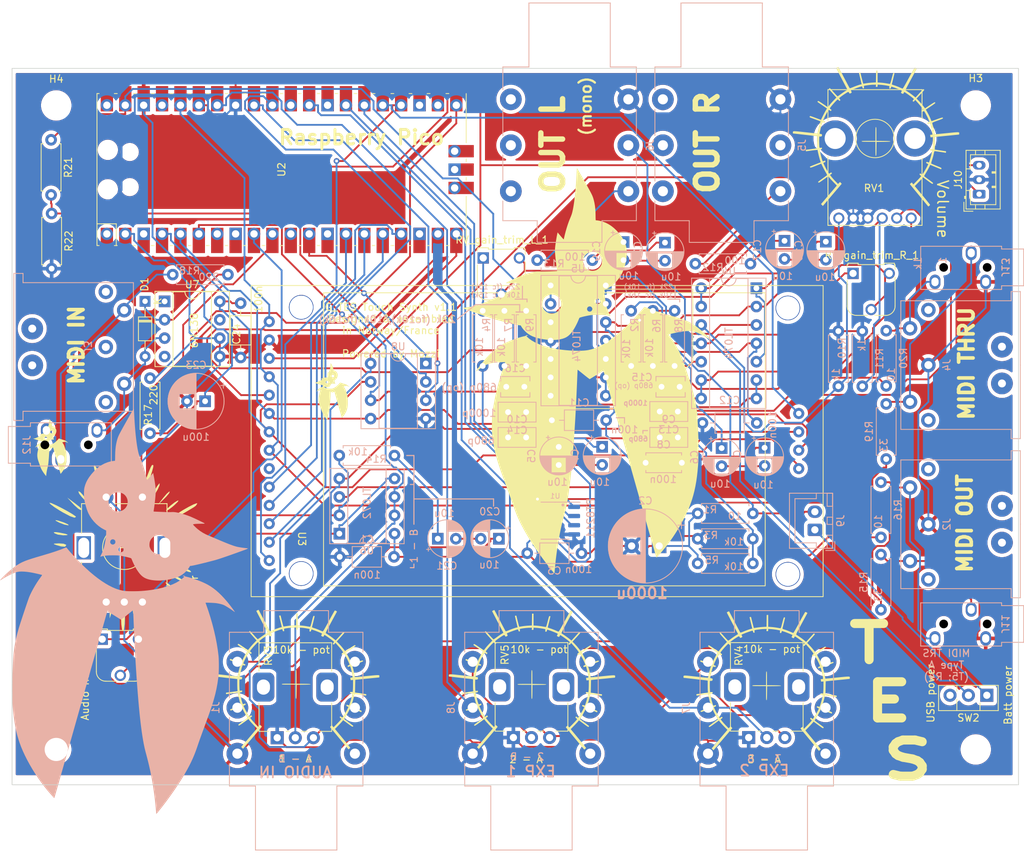
<source format=kicad_pcb>
(kicad_pcb (version 20211014) (generator pcbnew)
  (layers (0 "F.Cu" signal) (31 "B.Cu" signal) (34 "B.Paste" user) (35 "F.Paste" user) (36 "B.SilkS" user "B.Silkscreen") (37 "F.SilkS" user "F.Silkscreen") (38 "B.Mask" user) (39 "F.Mask" user) (44 "Edge.Cuts" user))
  (net 0 "")
  (net 1 "Net-(AudioIn_gain_trim_R_1-Pad1)")
  (net 2 "Net-(AudioIn_gain_trim_R_1-Pad2)")
  (net 3 "filtered_vcc")
  (net 4 "GNDA")
  (net 5 "RCH")
  (net 6 "Net-(C4-Pad2)")
  (net 7 "LCH")
  (net 8 "Net-(C5-Pad2)")
  (net 9 "Net-(C6-Pad1)")
  (net 10 "Net-(C7-Pad1)")
  (net 11 "virtual_mass")
  (net 12 "Net-(C9-Pad2)")
  (net 13 "Net-(C10-Pad2)")
  (net 14 "Net-(C13-Pad1)")
  (net 15 "Net-(C13-Pad2)")
  (net 16 "Net-(C14-Pad1)")
  (net 17 "Net-(C14-Pad2)")
  (net 18 "Net-(C17-Pad1)")
  (net 19 "Net-(C17-Pad2)")
  (net 20 "Net-(C18-Pad1)")
  (net 21 "Net-(C19-Pad1)")
  (net 22 "Net-(C19-Pad2)")
  (net 23 "Net-(C20-Pad1)")
  (net 24 "Net-(C20-Pad2)")
  (net 25 "Net-(C21-Pad1)")
  (net 26 "Net-(C22-Pad1)")
  (net 27 "Net-(C23-Pad1)")
  (net 28 "GND")
  (net 29 "Net-(D1-Pad1)")
  (net 30 "Net-(D1-Pad2)")
  (net 37 "Net-(J2-Pad4)")
  (net 38 "Net-(J2-Pad5)")
  (net 42 "Net-(J3-Pad4)")
  (net 45 "Net-(R19-Pad1)")
  (net 46 "Net-(J4-Pad5)")
  (net 50 "Net-(J5-PadT)")
  (net 52 "batt-")
  (net 55 "Net-(J6-PadT)")
  (net 57 "Net-(J7-PadR)")
  (net 60 "ADC_VREF")
  (net 62 "Net-(J8-PadR)")
  (net 66 "batt+")
  (net 67 "Net-(R2-Pad2)")
  (net 68 "Net-(R4-Pad2)")
  (net 69 "Net-(R6-Pad2)")
  (net 70 "Net-(R7-Pad2)")
  (net 71 "Net-(R10-Pad1)")
  (net 72 "Net-(R11-Pad1)")
  (net 73 "Net-(R16-Pad1)")
  (net 74 "Net-(R17-Pad1)")
  (net 75 "Net-(RV3-Pad2)")
  (net 76 "Net-(RV_gain_trim_L_1-Pad2)")
  (net 77 "Net-(RV_gain_trim_R_1-Pad2)")
  (net 78 "Net-(SW1-PadA)")
  (net 79 "Net-(SW1-PadB)")
  (net 80 "Net-(SW1-PadS1)")
  (net 82 "Net-(J10-Pad1)")
  (net 83 "SPI0_CLK")
  (net 84 "SPI0_MOSI")
  (net 85 "SPI0_MISO")
  (net 90 "Net-(U2-Pad12)")
  (net 91 "SPI1_CLK")
  (net 92 "SPI1_MOSI")
  (net 93 "SPI1_MISO")
  (net 95 "Net-(U2-Pad19)")
  (net 96 "Net-(U2-Pad20)")
  (net 97 "Net-(R21-Pad2)")
  (net 99 "Net-(U2-Pad24)")
  (net 100 "Net-(U2-Pad25)")
  (net 101 "Net-(U1-Pad1)")
  (net 102 "Net-(U1-Pad2)")
  (net 104 "Net-(U1-Pad3)")
  (net 106 "+3V3")
  (net 117 "Net-(J6-PadR)")
  (net 119 "Net-(U2-Pad17)")
  (footprint "Potentiometer_THT:Potentiometer_Alps_RK09K_Single_Vertical" (layer "F.Cu") (at 164.74 132.975 90)
    (fp_text reference "RV5")
    (fp_text value "10k - POT1")
  )
  (footprint "Capacitor_THT:C_Axial_L3.8mm_D2.6mm_P7.50mm_Horizontal" (layer "F.Cu") (at 127.07 80.45 90)
    (fp_text reference "C24")
    (fp_text value "100n")
  )
  (footprint "pot_dials:pot_dial" (layer "F.Cu") (at 167.3098 124.968)
    (fp_text reference "G2" hide)
    (fp_text value "LOGO" hide)
  )
  (footprint "MountingHole:MountingHole_3.2mm_M3_ISO14580" (layer "F.Cu") (at 228.6 45.62)
    (fp_text reference "H3")
    (fp_text value "MountingHole")
  )
  (footprint "pot_dials:pot_dial" (layer "F.Cu") (at 134.747 124.9426)
    (fp_text reference "G1" hide)
    (fp_text value "LOGO" hide)
  )
  (footprint "MountingHole:MountingHole_3.2mm_M3_ISO14580" (layer "F.Cu") (at 101.6 134.62)
    (fp_text reference "H2")
    (fp_text value "MountingHole")
  )
  (footprint "Connector_JST:JST_PH_B3B-PH-K_1x03_P2.00mm_Vertical" (layer "F.Cu") (at 229.066 57.88 90)
    (fp_text reference "J10")
    (fp_text value "Additional Sensor")
  )
  (footprint "Resistor_THT:R_Axial_DIN0207_L6.3mm_D2.5mm_P7.62mm_Horizontal" (layer "F.Cu") (at 100.965 60.5536 -90)
    (fp_text reference "R22")
    (fp_text value "22k")
  )
  (footprint "Potentiometer_THT:Potentiometer_Runtron_RM-065_Vertical" (layer "F.Cu") (at 160.568 66.6956)
    (fp_text reference "RV_gain_trim_L_1")
    (fp_text value "10k")
  )
  (footprint "Potentiometer_THT:Potentiometer_Runtron_RM-065_Vertical" (layer "F.Cu") (at 107.95 119.38)
    (fp_text reference "AudioIn_gain_trim_R_1" hide)
    (fp_text value "10k")
  )
  (footprint "PCB_symbols:owl_F_50x70" (layer "F.Cu") (at 174.952943 83.600026)
    (fp_text reference "G_owl1" hide)
    (fp_text value "LOGO" hide)
  )
  (footprint "pot_dials:rot_dial" (layer "F.Cu") (at 110.8202 106.6546)
    (fp_text reference "Grot_enc" hide)
    (fp_text value "LOGO" hide)
  )
  (footprint "Potentiometer_THT:Potentiometer_Runtron_RM-065_Vertical" (layer "F.Cu") (at 211.6474 68.8292)
    (fp_text reference "RV_gain_trim_R_1")
    (fp_text value "10k")
  )
  (footprint "Diode_THT:D_DO-34_SOD68_P7.62mm_Horizontal" (layer "F.Cu") (at 113.87 72.685 -90)
    (fp_text reference "D1")
    (fp_text value "1N914")
  )
  (footprint "Package_TO_SOT_THT:TO-126-3_Vertical" (layer "F.Cu") (at 230.124 127.133 180)
    (fp_text reference "SW2")
    (fp_text value "SW_SPDT")
  )
  (footprint "MountingHole:MountingHole_3.2mm_M3_ISO14580" (layer "F.Cu") (at 228.6 134.62)
    (fp_text reference "H1" hide)
    (fp_text value "MountingHole")
  )
  (footprint "pot_dials:pot_dial" (layer "F.Cu") (at 199.7202 125.1458)
    (fp_text reference "G3" hide)
    (fp_text value "LOGO" hide)
  )
  (footprint "Resistor_THT:R_Axial_DIN0207_L6.3mm_D2.5mm_P7.62mm_Horizontal" (layer "F.Cu") (at 114.554 83.312 -90)
    (fp_text reference "R17")
    (fp_text value "220")
  )
  (footprint "MountingHole:MountingHole_3.2mm_M3_ISO14580" (layer "F.Cu") (at 101.6 45.72)
    (fp_text reference "H4")
    (fp_text value "MountingHole")
  )
  (footprint "Potentiometer_THT:Potentiometer_Alps_RK09K_Single_Vertical" (layer "F.Cu") (at 197.235 132.975 90)
    (fp_text reference "RV4")
    (fp_text value "10k - POT2")
  )
  (footprint "Pi Pico:RPi_Pico_SMD_TH" (layer "F.Cu") (at 132.724 54.483 90)
    (fp_text reference "U2")
    (fp_text value "Pico")
  )
  (footprint "dual_pot:Dual Pot RK1114GH" (layer "F.Cu") (at 214.6808 61.1886)
    (fp_text reference "RV1")
    (fp_text value "10k - lin - dual")
  )
  (footprint "Resistor_THT:R_Axial_DIN0207_L6.3mm_D2.5mm_P7.62mm_Horizontal" (layer "F.Cu") (at 100.8888 50.3682 -90)
    (fp_text reference "R21")
    (fp_text value "22k")
  )
  (footprint "PCB_symbols:owl_7x10" (layer "F.Cu") (at 100.848459 93.072067)
    (fp_text reference "Gowl2" hide)
    (fp_text value "LOGO" hide)
  )
  (footprint "pot_dials:pot_dial" (layer "F.Cu") (at 214.8282 49.9212)
    (fp_text reference "Gvol" hide)
    (fp_text value "LOGO" hide)
  )
  (footprint "Package_DIP:DIP-8_W7.62mm_Socket" (layer "F.Cu") (at 116.57 72.7)
    (fp_text reference "U7")
    (fp_text value "6N138")
  )
  (footprint "TFT_Screens:TFT_2.4" (layer "F.Cu") (at 131.02 108.51 -90)
    (fp_text reference "U3")
    (fp_text value "2.4inches")
  )
  (footprint "Potentiometer_THT:Potentiometer_Alps_RK09K_Single_Vertical" (layer "F.Cu") (at 132.12 133 90)
    (fp_text reference "RV3")
    (fp_text value "10k - POT0")
  )
  (footprint "PCB_symbols:owl_7x10" (layer "F.Cu") (at 139.7 85.344)
    (fp_text reference "G***" hide)
    (fp_text value "LOGO" hide)
  )
  (footprint "Rotary_Encoder:RotaryEncoder_Alps_EC11E-Switch_Vertical_H20mm" (layer "F.Cu") (at 108.5 114.25 90)
    (fp_text reference "SW1")
    (fp_text value "RotaryEncoder_Switch")
  )
  (footprint "Package_DIP:DIP-8_W7.62mm_Socket" (layer "B.Cu") (at 152.644 81.28 180)
    (fp_text reference "U8")
    (fp_text value "MCP3002")
  )
  (footprint "Capacitor_THT:C_Axial_L3.8mm_D2.6mm_P7.50mm_Horizontal" (layer "B.Cu") (at 177.55 89.125 180)
    (fp_text reference "C11")
    (fp_text value "100n")
  )
  (footprint "Package_DIP:DIP-14_W7.62mm_Socket" (layer "B.Cu") (at 177.5 70.5 180)
    (fp_text reference "U5")
    (fp_text value "TL074")
  )
  (footprint "MIDI_TRS:PJ-320B" (layer "B.Cu") (at 232.168 68.0025 90)
    (fp_text reference "J13")
    (fp_text value "MIDI thru TRS")
  )
  (footprint "Capacitor_THT:C_Axial_L3.8mm_D2.6mm_P7.50mm_Horizontal" (layer "B.Cu") (at 166.6498 107.5)
    (fp_text reference "C3")
    (fp_text value "100n")
  )
  (footprint "Capacitor_THT:CP_Radial_D5.0mm_P2.50mm" (layer "B.Cu") (at 162.7304 105.5 180)
    (fp_text reference "C20")
    (fp_text value "10u")
  )
  (footprint "Capacitor_THT:CP_Radial_D5.0mm_P2.50mm" (layer "B.Cu") (at 179.954 64.5 -90)
    (fp_text reference "C19")
    (fp_text value "10u")
  )
  (footprint "Capacitor_THT:C_Disc_D5.0mm_W2.5mm_P2.50mm" (layer "B.Cu") (at 164 88)
    (fp_text reference "C14")
    (fp_text value "1000p")
  )
  (footprint "Capacitor_THT:C_Disc_D3.8mm_W2.6mm_P2.50mm" (layer "B.Cu") (at 166.25 84.5 180)
    (fp_text reference "C16")
    (fp_text value "680p (op)")
  )
  (footprint "Capacitor_THT:CP_Radial_D5.0mm_P2.50mm" (layer "B.Cu") (at 199.43 92.9238 -90)
    (fp_text reference "C4")
    (fp_text value "10u")
  )
  (footprint "Connector_Audio:Jack_6.35mm_Neutrik_NMJ6HFD2_Horizontal" (layer "B.Cu") (at 180.615 57.475 90)
    (fp_text reference "J6")
    (fp_text value "OUTPUT L - MONO")
  )
  (footprint "Package_SO:SOP-8_3.9x4.9mm_P1.27mm" (layer "B.Cu") (at 170.5 103 180)
    (fp_text reference "U1")
    (fp_text value "PT8211-pt8211")
  )
  (footprint "MIDI_TRS:PJ-320B" (layer "B.Cu") (at 232.168 117.2785 90)
    (fp_text reference "J11")
    (fp_text value "MIDI out TRS")
  )
  (footprint "Capacitor_THT:C_Disc_D5.0mm_W2.5mm_P2.50mm" (layer "B.Cu") (at 166.5 91.5 180)
    (fp_text reference "C10")
    (fp_text value "680p")
  )
  (footprint "Connector_Audio:Jack_6.35mm_Neutrik_NMJ6HFD2_Horizontal" (layer "B.Cu") (at 126.62 122.5 -90)
    (fp_text reference "J1")
    (fp_text value "AUDIO IN")
  )
  (footprint "Resistor_THT:R_Axial_DIN0207_L6.3mm_D2.5mm_P7.62mm_Horizontal" (layer "B.Cu") (at 190.19 105.5)
    (fp_text reference "R3")
    (fp_text value "10k")
  )
  (footprint "Connector_JST:JST_XH_B2B-XH-A_1x02_P2.50mm_Vertical" (layer "B.Cu") (at 206.375 104.267 90)
    (fp_text reference "J9")
    (fp_text value "Batt In")
  )
  (footprint "Resistor_THT:R_Axial_DIN0207_L6.3mm_D2.5mm_P7.62mm_Horizontal" (layer "B.Cu") (at 184 74 -90)
    (fp_text reference "R6")
    (fp_text value "10k")
  )
  (footprint "Resistor_THT:R_Axial_DIN0207_L6.3mm_D2.5mm_P7.62mm_Horizontal" (layer "B.Cu") (at 125.31 69 180)
    (fp_text reference "R18")
    (fp_text value "220")
  )
  (footprint "Resistor_THT:R_Axial_DIN0207_L6.3mm_D2.5mm_P7.62mm_Horizontal" (layer "B.Cu") (at 216.2302 84.368 90)
    (fp_text reference "R20")
    (fp_text value "10")
  )
  (footprint "Capacitor_THT:CP_Radial_D5.0mm_P2.50mm" (layer "B.Cu") (at 202.184 64.3297 -90)
    (fp_text reference "C17")
    (fp_text value "10u")
  )
  (footprint "Resistor_THT:R_Axial_DIN0207_L6.3mm_D2.5mm_P7.62mm_Horizontal" (layer "B.Cu") (at 215.5 107.69 -90)
    (fp_text reference "R15")
    (fp_text value "33")
  )
  (footprint "Resistor_THT:R_Axial_DIN0207_L6.3mm_D2.5mm_P7.62mm_Horizontal" (layer "B.Cu") (at 160.5 81.62 90)
    (fp_text reference "R4")
    (fp_text value "10k")
  )
  (footprint "Connector_Audio:Jack_6.35mm_Neutrik_NMJ6HFD2_Horizontal" (layer "B.Cu") (at 201.615 57.475 90)
    (fp_text reference "J5")
    (fp_text value "OUTPUT R")
  )
  (footprint "Package_DIP:DIP-8_W7.62mm_Socket" (layer "B.Cu") (at 140.7 104.8)
    (fp_text reference "U6")
    (fp_text value "TL072")
  )
  (footprint "Resistor_THT:R_Axial_DIN0207_L6.3mm_D2.5mm_P7.62mm_Horizontal" (layer "B.Cu") (at 197.81 108.91 180)
    (fp_text reference "R5")
    (fp_text value "10k")
  )
  (footprint "Resistor_THT:R_Axial_DIN0207_L6.3mm_D2.5mm_P7.62mm_Horizontal" (layer "B.Cu") (at 163.5 74 -90)
    (fp_text reference "R7")
    (fp_text value "10k")
  )
  (footprint "Capacitor_THT:C_Disc_D5.0mm_W2.5mm_P2.50mm" (layer "B.Cu") (at 187.45 91.5 180)
    (fp_text reference "C9")
    (fp_text value "680p")
  )
  (footprint "Capacitor_THT:CP_Radial_D10.0mm_P3.80mm" (layer "B.Cu") (at 184.8707 106.5 180)
    (fp_text reference "C2")
    (fp_text value "1000u")
  )
  (footprint "Capacitor_THT:C_Axial_L3.8mm_D2.6mm_P7.50mm_Horizontal" (layer "B.Cu") (at 148.25 108 180)
    (fp_text reference "C1")
    (fp_text value "100n")
  )
  (footprint "Capacitor_THT:CP_Radial_D7.5mm_P2.50mm" (layer "B.Cu") (at 122.1614 86.5 180)
    (fp_text reference "C23")
    (fp_text value "100u")
  )
  (footprint "Capacitor_THT:CP_Radial_D5.0mm_P2.50mm" (layer "B.Cu") (at 177 92.7949 -90)
    (fp_text reference "C7")
    (fp_text value "10u")
  )
  (footprint "Package_DIP:DIP-14_W7.62mm_Socket" (layer "B.Cu") (at 198.3 70.875 180)
    (fp_text reference "U4")
    (fp_text value "TL074")
  )
  (footprint "Capacitor_THT:CP_Radial_D5.0mm_P2.50mm" (layer "B.Cu") (at 207.889 64.444 -90)
    (fp_text reference "C18")
    (fp_text value "10u")
  )
  (footprint "Resistor_THT:R_Axial_DIN0207_L6.3mm_D2.5mm_P7.62mm_Horizontal" (layer "B.Cu") (at 215.5 105.31 90)
    (fp_text reference "R16")
    (fp_text value "10")
  )
  (footprint "Capacitor_THT:CP_Radial_D5.0mm_P2.50mm" (layer "B.Cu") (at 193.5 92.9744 -90)
    (fp_text reference "C6")
    (fp_text value "10u")
  )
  (footprint "Resistor_THT:R_Axial_DIN0207_L6.3mm_D2.5mm_P7.62mm_Horizontal" (layer "B.Cu") (at 197.485 67.5 180)
    (fp_text reference "R12")
    (fp_text value "100")
  )
  (footprint "Capacitor_THT:C_Disc_D5.0mm_W2.5mm_P2.50mm" (layer "B.Cu") (at 184.95 87.92)
    (fp_text reference "C13")
    (fp_text value "1000p")
  )
  (footprint "Resistor_THT:R_Axial_DIN0207_L6.3mm_D2.5mm_P7.62mm_Horizontal" (layer "B.Cu") (at 166.5 74 -90)
    (fp_text reference "R9")
    (fp_text value "22k (fc10k)/10k (fc16k)")
  )
  (footprint "Resistor_THT:R_Axial_DIN0207_L6.3mm_D2.5mm_P7.62mm_Horizontal" (layer "B.Cu") (at 216.2302 86.868 -90)
    (fp_text reference "R19")
    (fp_text value "33")
  )
  (footprint "Resistor_THT:R_Axial_DIN0207_L6.3mm_D2.5mm_P7.62mm_Horizontal" (layer "B.Cu") (at 148.31 94 180)
    (fp_text reference "R14")
    (fp_text value "10k")
  )
  (footprint "Capacitor_THT:CP_Radial_D5.0mm_P2.50mm" (layer "B.Cu") (at 171 92.8107 -90)
    (fp_text reference "C5")
    (fp_text value "10u")
  )
  (footprint "Capacitor_THT:C_Disc_D4.7mm_W2.5mm_P5.00mm" (layer "B.Cu") (at 188 95 180)
    (fp_text reference "C8")
    (fp_text value "100n")
  )
  (footprint "PCB_symbols:owl_F_50x70" (layer "B.Cu") (at 110.871 116.84 180)
    (fp_text reference "Gowl_bot" hide)
    (fp_text value "LOGO" hide)
  )
  (footprint "Resistor_THT:R_Axial_DIN0207_L6.3mm_D2.5mm_P7.62mm_Horizontal" (layer "B.Cu") (at 187 74 -90)
    (fp_text reference "R8")
    (fp_text value "22k (fc10k)/10k (fc16k)")
  )
  (footprint "MIDI_DIN5:DS-5 MIDI" (layer "B.Cu") (at 108.445 79 90)
    (fp_text reference "J3")
    (fp_text value "MIDI IN")
  )
  (footprint "Resistor_THT:R_Axial_DIN0207_L6.3mm_D2.5mm_P7.62mm_Horizontal" (layer "B.Cu") (at 212.9282 84.4296 90)
    (fp_text reference "R11")
    (fp_text value "1k")
  )
  (footprint "Resistor_THT:R_Axial_DIN0207_L6.3mm_D2.5mm_P7.62mm_Horizontal" (layer "B.Cu") (at 209.6182 84.4296 90)
    (fp_text reference "R10")
    (fp_text value "1k")
  )
  (footprint "Capacitor_THT:CP_Radial_D5.0mm_P2.50mm" (layer "B.Cu") (at 154.2949 105.5)
    (fp_text reference "C21")
    (fp_text value "10u")
  )
  (footprint "Capacitor_THT:CP_Radial_D5.0mm_P2.50mm" (layer "B.Cu") (at 185.674 64.5753 -90)
    (fp_text reference "C22")
    (fp_text value "10u")
  )
  (footprint "MIDI_TRS:PJ-320B" (layer "B.Cu") (at 98.032 92.5255 -90)
    (fp_text reference "J12")
    (fp_text value "MIDI in TRS")
  )
  (footprint "Capacitor_THT:C_Disc_D3.8mm_W2.6mm_P2.50mm" (layer "B.Cu") (at 187.7 84.5 180)
    (fp_text reference "C15")
    (fp_text value "680p (op)")
  )
  (footprint "MIDI_DIN5:DS-5 MIDI" (layer "B.Cu") (at 222.055 81.5 -90)
    (fp_text reference "J4")
    (fp_text value "MIDI THRU")
  )
  (footprint "Connector_Audio:Jack_6.35mm_Neutrik_NMJ6HFD2_Horizontal" (layer "B.Cu") (at 191.62 122.5 -90)
    (fp_text reference "J7")
    (fp_text value "EXP 2")
  )
  (footprint "Resistor_THT:R_Axial_DIN0207_L6.3mm_D2.5mm_P7.62mm_Horizontal" (layer "B.Cu") (at 190.19 102)
    (fp_text reference "R1")
    (fp_text value "10")
  )
  (footprint "Connector_Audio:Jack_6.35mm_Neutrik_NMJ6HFD2_Horizontal" (layer "B.Cu") (at 159.12 122.5 -90)
    (fp_text reference "J8")
    (fp_text value "EXP 1")
  )
  (footprint "Resistor_THT:R_Axial_DIN0207_L6.3mm_D2.5mm_P7.62mm_Horizontal" (layer "B.Cu") (at 181 74 -90)
    (fp_text reference "R2")
    (fp_text value "10k")
  )
  (footprint "MIDI_DIN5:DS-5 MIDI" (layer "B.Cu") (at 222.055 103.5 -90)
    (fp_text reference "J2")
    (fp_text value "MIDI OUT")
  )
  (footprint "Capacitor_THT:C_Axial_L3.8mm_D2.6mm_P7.50mm_Horizontal" (layer "B.Cu") (at 198.35 89.5 180)
    (fp_text reference "C12")
    (fp_text value "100n")
  )
  (footprint "Resistor_THT:R_Axial_DIN0207_L6.3mm_D2.5mm_P7.62mm_Horizontal" (layer "B.Cu") (at 175.641 67 180)
    (fp_text reference "R13")
    (fp_text value "100")
  )
  (gr_line (start 151 98) (end 150.5 98) (layer "B.SilkS") (width 0.15))
  (gr_line (start 187.071 72.39) (end 187.071 70.612) (layer "B.SilkS") (width 0.15))
  (gr_line (start 151 103.5) (end 151 98) (layer "B.SilkS") (width 0.15))
  (gr_line (start 180.086 89.535) (end 180.086 88.773) (layer "B.SilkS") (width 0.15))
  (gr_line (start 165.989 72.39) (end 165.989 70.612) (layer "B.SilkS") (width 0.15))
  (gr_line (start 156.972 75.184) (end 159.512 73.152) (layer "B.SilkS") (width 0.15))
  (gr_line (start 151 94) (end 150 94) (layer "B.SilkS") (width 0.15))
  (gr_line (start 151 109.5) (end 150.5 109.5) (layer "B.SilkS") (width 0.15))
  (gr_line (start 165.989 72.39) (end 166.624 72.39) (layer "B.SilkS") (width 0.15))
  (gr_line (start 182.626 90.551) (end 183.261 90.551) (layer "B.SilkS") (width 0.15))
  (gr_line (start 165.1 74.168) (end 166.116 74.168) (layer "B.SilkS") (width 0.15))
  (gr_line (start 164.973 72.39) (end 165.989 72.39) (layer "B.SilkS") (width 0.15))
  (gr_line (start 151 100) (end 162 100) (layer "B.SilkS") (width 0.15))
  (gr_circle (center 171.577 100.838) (end 171.704 100.838) (layer "B.SilkS") (width 0.15) (fill solid))
  (gr_line (start 165.608 73.152) (end 165.608 74.168) (layer "B.SilkS") (width 0.15))
  (gr_line (start 186.055 72.39) (end 187.071 72.39) (layer "B.SilkS") (width 0.15))
  (gr_line (start 159.512 73.152) (end 165.608 73.152) (layer "B.SilkS") (width 0.15))
  (gr_line (start 166.624 72.39) (end 166.624 72.771) (layer "B.SilkS") (width 0.15))
  (gr_line (start 151 98) (end 151 94) (layer "B.SilkS") (width 0.15))
  (gr_line (start 165.608 74.168) (end 165.1 74.168) (layer "B.SilkS") (width 0.15))
  (gr_line (start 162 100) (end 162 101) (layer "B.SilkS") (width 0.15))
  (gr_line (start 155.5 100) (end 155.5 101) (layer "B.SilkS") (width 0.15))
  (gr_line (start 187.071 72.39) (end 187.706 72.39) (layer "B.SilkS") (width 0.15))
  (gr_line (start 180.086 88.773) (end 178.943 88.773) (layer "B.SilkS") (width 0.15))
  (gr_line (start 187.706 72.39) (end 187.706 72.771) (layer "B.SilkS") (width 0.15))
  (gr_line (start 182.626 90.932) (end 182.626 90.551) (layer "B.SilkS") (width 0.15))
  (gr_line (start 151 109) (end 151 109.5) (layer "B.SilkS") (width 0.15))
  (gr_rect (start 234.5 139.5) (end 95.5 40.5) (layer "Edge.Cuts") (width 0.1) (fill none))
  (gr_text "100u" (at 120.904 91.44) (layer "B.SilkS") (effects (font (size 1 1)) (justify mirror)))
  (gr_text "10k" (at 195.199 109.347) (layer "B.SilkS") (effects (font (size 1 1)) (justify mirror)))
  (gr_text "10" (at 216.916 82.804 90) (layer "B.SilkS") (effects (font (size 1 1)) (justify mirror)))
  (gr_text "100n" (at 185.42 97.282) (layer "B.SilkS") (effects (font (size 1 1)) (justify mirror)))
  (gr_text "680p (op)" (at 158.623 84.582) (layer "B.SilkS") (effects (font (size 1 1)) (justify mirror)))
  (gr_text "22k (fc 10k)\n10k (fc 16k)" (at 162.306 71.247) (layer "B.SilkS") (effects (font (size 0.7 0.7) (thickness 0.1)) (justify mirror)))
  (gr_text "1000u" (at 182.499 113.03) (layer "B.SilkS") (effects (font (size 1.5 1.5) (thickness 0.3)) (justify mirror)))
  (gr_text "680p" (at 160.274 91.948) (layer "B.SilkS") (effects (font (size 1 1)) (justify mirror)))
  (gr_text "10u" (at 176.657 97.663) (layer "B.SilkS") (effects (font (size 1 1)) (justify mirror)))
  (gr_text "TL074" (at 173.482 78.867 90) (layer "B.SilkS") (effects (font (size 1 1)) (justify mirror)))
  (gr_text "10u" (at 170.815 97.663) (layer "B.SilkS") (effects (font (size 1 1)) (justify mirror)))
  (gr_text "10" (at 215.138 103.124 90) (layer "B.SilkS") (effects (font (size 1 1)) (justify mirror)))
  (gr_text "EXP 1" (at 167.132 137.668) (layer "B.SilkS") (effects (font (size 1.5 1.5) (thickness 0.25)) (justify mirror)))
  (gr_text "TL072" (at 144.526 100.584 90) (layer "B.SilkS") (effects (font (size 1 1)) (justify mirror)))
  (gr_text "100n" (at 144.526 110.49) (layer "B.SilkS") (effects (font (size 1 1)) (justify mirror)))
  (gr_text "680p" (at 181.991 91.694) (layer "B.SilkS") (effects (font (size 0.7 0.7)) (justify mirror)))
  (gr_text "EXP 2" (at 199.39 137.541) (layer "B.SilkS") (effects (font (size 1.5 1.5) (thickness 0.25)) (justify mirror)))
  (gr_text "1 - B" (at 151 106.5 90) (layer "B.SilkS") (effects (font (size 1 1))))
  (gr_text "22k (fc 10k)\n10k (fc 16k)" (at 183.388 71.247) (layer "B.SilkS") (effects (font (size 0.7 0.7) (thickness 0.1)) (justify mirror)))
  (gr_text "10k" (at 195.199 105.918) (layer "B.SilkS") (effects (font (size 1 1)) (justify mirror)))
  (gr_text "100n" (at 200.533 89.789 90) (layer "B.SilkS") (effects (font (size 1 1)) (justify mirror)))
  (gr_text "2 - B" (at 166.624 135.636) (layer "B.SilkS") (effects (font (size 1 1)) (justify mirror)))
  (gr_text "680p (op)" (at 181.356 84.328) (layer "B.SilkS") (effects (font (size 0.7 0.7) (thickness 0.1)) (justify mirror)))
  (gr_text "1000p" (at 160.02 88.138) (layer "B.SilkS") (effects (font (size 1 1)) (justify mirror)))
  (gr_text "10k" (at 183.515 79.121 90) (layer "B.SilkS") (effects (font (size 1 1)) (justify mirror)))
  (gr_text "1k" (at 220.599 67.437 90) (layer "B.SilkS") (effects (font (size 1 1)) (justify mirror)))
  (gr_text "100n" (at 180.086 90.424) (layer "B.SilkS") (effects (font (size 1 1)) (justify mirror)))
  (gr_text "10k" (at 180.34 79.248 90) (layer "B.SilkS") (effects (font (size 1 1)) (justify mirror)))
  (gr_text "10" (at 195.326 102.362) (layer "B.SilkS") (effects (font (size 1 1)) (justify mirror)))
  (gr_text "1 - B" (at 134.62 135.89) (layer "B.SilkS") (effects (font (size 1 1)) (justify mirror)))
  (gr_text "MIDI TRS\nType A\n(T5; R4)\n" (at 224.536 122.936) (layer "B.SilkS") (effects (font (size 1 1)) (justify mirror)))
  (gr_text "100" (at 195.326 67.056) (layer "B.SilkS") (effects (font (size 1 1)) (justify mirror)))
  (gr_text "10k" (at 163.068 78.994 90) (layer "B.SilkS") (effects (font (size 1 1)) (justify mirror)))
  (gr_text "3 - B" (at 199.39 135.89) (layer "B.SilkS") (effects (font (size 1 1)) (justify mirror)))
  (gr_text "10u" (at 155.194 101.981) (layer "B.SilkS") (effects (font (size 1 1)) (justify mirror)))
  (gr_text "10k" (at 160.02 78.994 90) (layer "B.SilkS") (effects (font (size 1 1)) (justify mirror)))
  (gr_text "AUDIO IN" (at 134.62 137.795) (layer "B.SilkS") (effects (font (size 1.5 1.5) (thickness 0.25)) (justify mirror)))
  (gr_text "TL074" (at 194.5 78.5 90) (layer "B.SilkS") (effects (font (size 1 1)) (justify mirror)))
  (gr_text "100" (at 173.2534 66.548) (layer "B.SilkS") (effects (font (size 1 1)) (justify mirror)))
  (gr_text "10u" (at 201.93 69.215) (layer "B.SilkS") (effects (font (size 1 1)) (justify mirror)))
  (gr_text "10u" (at 180.6702 69.1642) (layer "B.SilkS") (effects (font (size 1 1)) (justify mirror)))
  (gr_text "10u" (at 161.417 109.093) (layer "B.SilkS") (effects (font (size 1 1)) (justify mirror)))
  (gr_text "PT8211" (at 175.4124 102.6922 90) (layer "B.SilkS") (effects (font (size 1 1)) (justify mirror)))
  (gr_text "33" (at 215.138 113.284 90) (layer "B.SilkS") (effects (font (size 1 1)) (justify mirror)))
  (gr_text "10u" (at 186.5122 69.2912) (layer "B.SilkS") (effects (font (size 1 1)) (justify mirror)))
  (gr_text "1k" (at 224.028 67.437 90) (layer "B.SilkS") (effects (font (size 1 1)) (justify mirror)))
  (gr_text "10u" (at 207.772 69.342) (layer "B.SilkS") (effects (font (size 1 1)) (justify mirror)))
  (gr_text "33" (at 215.9 92.583 90) (layer "B.SilkS") (effects (font (size 1 1)) (justify mirror)))
  (gr_text "10u" (at 193.294 97.917) (layer "B.SilkS") (effects (font (size 1 1)) (justify mirror)))
  (gr_text "10k" (at 143.256 93.472) (layer "B.SilkS") (effects (font (size 1 1)) (justify mirror)))
  (gr_text "10u" (at 199.263 98.044) (layer "B.SilkS") (effects (font (size 1 1)) (justify mirror)))
  (gr_text "1000p" (at 181.61 86.741) (layer "B.SilkS") (effects (font (size 0.7 0.7)) (justify mirror)))
  (gr_text "220" (at 122.682 69.342) (layer "B.SilkS") (effects (font (size 1 1)) (justify mirror)))
  (gr_text "2 - A" (at 166.5 136) (layer "F.SilkS") (effects (font (size 1 1))))
  (gr_text "Volume\n" (at 224.028 59.944 270) (layer "F.SilkS") (effects (font (size 1.5 1.5) (thickness 0.2))))
  (gr_text "OUT R" (at 191.516 50.7492 90) (layer "F.SilkS") (effects (font (size 3 3) (thickness 0.75))))
  (gr_text "1 - A\n" (at 134.62 135.89) (layer "F.SilkS") (effects (font (size 1 1))))
  (gr_text "MIDI OUT" (at 227.076 103.378 90) (layer "F.SilkS") (effects (font (size 2 2) (thickness 0.5))))
  (gr_text "10k - pot" (at 200.406 120.7516) (layer "F.SilkS") (effects (font (size 1 1))))
  (gr_text "Raspberry Pico" (at 143.764 50.038) (layer "F.SilkS") (effects (font (size 2 2) (thickness 0.4))))
  (gr_text "220" (at 115.062 85.598 90) (layer "F.SilkS") (effects (font (size 1 1))))
  (gr_text "Batt power" (at 233.045 127.127 90) (layer "F.SilkS") (effects (font (size 1 1))))
  (gr_text "USB power" (at 222.377 126.873 90) (layer "F.SilkS") (effects (font (size 1 1))))
  (gr_text "T\n E\n  S" (at 213.868 128.016) (layer "F.SilkS") (effects (font (size 5 7) (thickness 1.25))))
  (gr_text "Rotary encoder" (at 120.65 116.2812 90) (layer "F.SilkS") (effects (font (size 1 1))))
  (gr_text "MIDI THRU" (at 227.33 81.28 90) (layer "F.SilkS") (effects (font (size 2 2) (thickness 0.5))))
  (gr_text "Audio IN - Gain" (at 105.5878 124.4092 90) (layer "F.SilkS") (effects (font (size 1 1))))
  (gr_text "(mono)" (at 174.752 45.72 90) (layer "F.SilkS") (effects (font (size 1.5 1.5) (thickness 0.3))))
  (gr_text "100n" (at 129.54 72.39 90) (layer "F.SilkS") (effects (font (size 1 1))))
  (gr_text "MIDI IN" (at 104.394 78.74 90) (layer "F.SilkS") (effects (font (size 2 2) (thickness 0.5))))
  (gr_text "6N138" (at 120.65 76.708 90) (layer "F.SilkS") (effects (font (size 1 1))))
  (gr_text "3 - A" (at 199.39 136) (layer "F.SilkS") (effects (font (size 1 1))))
  (gr_text "G_TES Touch Synth v1.1\nDesigned & assembled\nin Norway/France\n\nPowered by Mozzi" (at 147.828 76.708) (layer "F.SilkS") (effects (font (size 1 1))))
  (gr_text "10k - pot" (at 135.4582 120.8532) (layer "F.SilkS") (effects (font (size 1 1))))
  (gr_text "10k - pot" (at 168.275 120.8024) (layer "F.SilkS") (effects (font (size 1 1))))
  (gr_text "OUT L" (at 170.18 51.054 90) (layer "F.SilkS") (effects (font (size 3 3) (thickness 0.75))))
  (gr_text "1 - B" (at 115.1636 126.5936) (layer "F.SilkS") (effects (font (size 1 1))))
  (segment (start 111.3161 119.38) (end 107.95 119.38) (width 0.25) (layer "F.Cu") (net 1))
  (segment (start 128.4361 102.26) (end 111.3161 119.38) (width 0.25) (layer "F.Cu") (net 1))
  (segment (start 140.7 102.26) (end 128.4361 102.26) (width 0.25) (layer "F.Cu") (net 1))
  (segment (start 140.69 95.1753) (end 141.894 96.3793) (width 0.25) (layer "B.Cu") (net 1))
  (segment (start 141.0653 101.0847) (end 140.7 101.0847) (width 0.25) (layer "B.Cu") (net 1))
  (segment (start 140.7 102.26) (end 140.7 101.0847) (width 0.25) (layer "B.Cu") (net 1))
  (segment (start 140.69 94) (end 140.69 95.1753) (width 0.25) (layer "B.Cu") (net 1))
  (segment (start 141.894 100.256) (end 141.0653 101.0847) (width 0.25) (layer "B.Cu") (net 1))
  (segment (start 141.894 96.3793) (end 141.894 100.256) (width 0.25) (layer "B.Cu") (net 1))
  (segment (start 112.95 121.88) (end 110.45 124.38) (width 0.25) (layer "F.Cu") (net 2))
  (segment (start 112.95 119.38) (end 112.95 121.88) (width 0.25) (layer "F.Cu") (net 2))
  (segment (start 127.53 104.8) (end 112.95 119.38) (width 0.25) (layer "F.Cu") (net 2))
  (segment (start 140.7 104.8) (end 127.53 104.8) (width 0.25) (layer "F.Cu") (net 2))
  (segment (start 141.0673 103.6247) (end 140.7 103.6247) (width 0.25) (layer "B.Cu") (net 2))
  (segment (start 147.1447 97.5473) (end 141.0673 103.6247) (width 0.25) (layer "B.Cu") (net 2))
  (segment (start 148.32 97.18) (end 147.1447 97.18) (width 0.25) (layer "B.Cu") (net 2))
  (segment (start 140.7 104.8) (end 140.7 103.6247) (width 0.25) (layer "B.Cu") (net 2))
  (segment (start 147.1447 97.18) (end 147.1447 97.5473) (width 0.25) (layer "B.Cu") (net 2))
  (segment (start 177.5 78.12) (end 178.6753 78.12) (width 0.25) (layer "F.Cu") (net 3))
  (segment (start 166.1498 108) (end 166.6498 107.5) (width 0.25) (layer "F.Cu") (net 3))
  (segment (start 197.1247 78.495) (end 195.9392 79.6805) (width 0.25) (layer "F.Cu") (net 3))
  (segment (start 181.3169 108.6785) (end 183.4954 106.5) (width 0.25) (layer "F.Cu") (net 3))
  (segment (start 148.25 108) (end 166.1498 108) (width 0.25) (layer "F.Cu") (net 3))
  (segment (start 184.8707 106.5) (end 183.4954 106.5) (width 0.25) (layer "F.Cu") (net 3))
  (segment (start 167.8283 108.6785) (end 181.3169 108.6785) (width 0.25) (layer "F.Cu") (net 3))
  (segment (start 166.6498 107.5) (end 167.8283 108.6785) (width 0.25) (layer "F.Cu") (net 3))
  (segment (start 195.9392 79.6805) (end 180.2358 79.6805) (width 0.25) (layer "F.Cu") (net 3))
  (segment (start 180.2358 79.6805) (end 178.6753 78.12) (width 0.25) (layer "F.Cu") (net 3))
  (segment (start 198.3 78.495) (end 197.1247 78.495) (width 0.25) (layer "F.Cu") (net 3))
  (segment (start 189.0146 103.1754) (end 189.0146 106.5) (width 0.25) (layer "B.Cu") (net 3))
  (segment (start 197.9347 79.6703) (end 198.3 79.6703) (width 0.25) (layer "B.Cu") (net 3))
  (segment (start 184.8707 106.5) (end 186.246 106.5) (width 0.25) (layer "B.Cu") (net 3))
  (segment (start 197.1246 80.4804) (end 197.9347 79.6703) (width 0.25) (layer "B.Cu") (net 3))
  (segment (start 148.25 108) (end 148.32 107.93) (width 0.25) (layer "B.Cu") (net 3))
  (segment (start 177.5 78.12) (end 178.677 79.297) (width 0.25) (layer "B.Cu") (net 3))
  (segment (start 190.19 102) (end 189.0146 103.1754) (width 0.25) (layer "B.Cu") (net 3))
  (segment (start 186.246 106.5) (end 189.0146 106.5) (width 0.25) (layer "B.Cu") (net 3))
  (segment (start 178.677 79.297) (end 178.677 87.998) (width 0.25) (layer "B.Cu") (net 3))
  (segment (start 177.55 89.125) (end 177.55 91.2122) (width 0.25) (layer "B.Cu") (net 3))
  (segment (start 167.875 104.905) (end 166.6498 106.1302) (width 0.25) (layer "B.Cu") (net 3))
  (segment (start 198.35 89.5) (end 197.1246 88.2746) (width 0.25) (layer "B.Cu") (net 3))
  (segment (start 166.6498 106.1302) (end 166.6498 107.5) (width 0.25) (layer "B.Cu") (net 3))
  (segment (start 189.0146 106.5) (end 189.0146 106.5593) (width 0.25) (layer "B.Cu") (net 3))
  (segment (start 148.32 107.93) (end 148.32 104.8) (width 0.25) (layer "B.Cu") (net 3))
  (segment (start 189.0146 106.5593) (end 190.19 107.7347) (width 0.25) (layer "B.Cu") (net 3))
  (segment (start 190.19 108.91) (end 190.19 107.7347) (width 0.25) (layer "B.Cu") (net 3))
  (segment (start 197.1246 88.2746) (end 197.1246 80.4804) (width 0.25) (layer "B.Cu") (net 3))
  (segment (start 198.3 78.495) (end 198.3 79.6703) (width 0.25) (layer "B.Cu") (net 3))
  (segment (start 178.677 87.998) (end 177.55 89.125) (width 0.25) (layer "B.Cu") (net 3))
  (segment (start 188.3378 102) (end 190.19 102) (width 0.25) (layer "B.Cu") (net 3))
  (segment (start 177.55 91.2122) (end 188.3378 102) (width 0.25) (layer "B.Cu") (net 3))
  (segment (start 165.3247 90.3247) (end 155.244 90.3247) (width 0.25) (layer "F.Cu") (net 4))
  (segment (start 191.8553 78.495) (end 193.0537 77.2966) (width 0.25) (layer "F.Cu") (net 4))
  (segment (start 152.644 88.9) (end 150.1553 88.9) (width 0.25) (layer "F.Cu") (net 4))
  (segment (start 195.5084 133.4263) (end 195.9597 132.975) (width 0.25) (layer "F.Cu") (net 4))
  (segment (start 172.4008 90.3005) (end 171.2253 89.125) (width 0.25) (layer "F.Cu") (net 4))
  (segment (start 190.85 89.5) (end 189.6747 89.5) (width 0.25) (layer "F.Cu") (net 4))
  (segment (start 126.8743 42.0674) (end 126.374 42.5677) (width 0.25) (layer "F.Cu") (net 4))
  (segment (start 155.244 90.3247) (end 153.8193 88.9) (width 0.25) (layer "F.Cu") (net 4))
  (segment (start 174.1498 107.5) (end 175.3251 107.5) (width 0.25) (layer "F.Cu") (net 4))
  (segment (start 152.644 88.9) (end 153.8193 88.9) (width 0.25) (layer "F.Cu") (net 4))
  (segment (start 187.45 91.5) (end 186.2505 90.3005) (width 0.25) (layer "F.Cu") (net 4))
  (segment (start 207.9559 77.2966) (end 208.4429 76.8096) (width 0.25) (layer "F.Cu") (net 4))
  (segment (start 132.12 133) (end 133.4287 134.3087) (width 0.25) (layer "F.Cu") (net 4))
  (segment (start 140.7 97.18) (end 141.8753 97.18) (width 0.25) (layer "F.Cu") (net 4))
  (segment (start 212.9282 76.8096) (end 209.6182 76.8096) (width 0.25) (layer "F.Cu") (net 4))
  (segment (start 182.4461 105.1246) (end 181.0707 106.5) (width 0.25) (layer "F.Cu") (net 4))
  (segment (start 158.775 133.3101) (end 159.12 133.6551) (width 0.25) (layer "F.Cu") (net 4))
  (segment (start 181.0707 106.5) (end 176.3251 106.5) (width 0.25) (layer "F.Cu") (net 4))
  (segment (start 172.4853 134.2573) (end 166.0223 134.2573) (width 0.25) (layer "F.Cu") (net 4))
  (segment (start 193.0537 77.2966) (end 207.9559 77.2966) (width 0.25) (layer "F.Cu") (net 4))
  (segment (start 159.12 133.6551) (end 162.7846 133.6551) (width 0.25) (layer "F.Cu") (net 4))
  (segment (start 133.4287 134.3087) (end 140.9831 134.3087) (width 0.25) (layer "F.Cu") (net 4))
  (segment (start 184.4081 78.495) (end 189.5047 78.495) (width 0.25) (layer "F.Cu") (net 4))
  (segment (start 171.0553 78.12) (end 172.2459 76.9294) (width 0.25) (layer "F.Cu") (net 4))
  (segment (start 126.374 45.593) (end 126.374 42.5677) (width 0.25) (layer "F.Cu") (net 4))
  (segment (start 172.2459 76.9294) (end 182.8425 76.9294) (width 0.25) (layer "F.Cu") (net 4))
  (segment (start 169.88 78.12) (end 171.0553 78.12) (width 0.25) (layer "F.Cu") (net 4))
  (segment (start 197.235 132.975) (end 195.9597 132.975) (width 0.25) (layer "F.Cu") (net 4))
  (segment (start 190.0924 78.495) (end 189.5047 78.495) (width 0.25) (layer "F.Cu") (net 4))
  (segment (start 150.1553 88.9) (end 141.8753 97.18) (width 0.25) (layer "F.Cu") (net 4))
  (segment (start 166.0223 134.2573) (end 164.74 132.975) (width 0.25) (layer "F.Cu") (net 4))
  (segment (start 164.74 132.975) (end 163.4647 132.975) (width 0.25) (layer "F.Cu") (net 4))
  (segment (start 182.8425 76.9294) (end 184.4081 78.495) (width 0.25) (layer "F.Cu") (net 4))
  (segment (start 166.5 91.5) (end 165.3247 90.3247) (width 0.25) (layer "F.Cu") (net 4))
  (segment (start 190.0924 78.495) (end 190.68 78.495) (width 0.25) (layer "F.Cu") (net 4))
  (segment (start 173.4746 133.268) (end 172.4853 134.2573) (width 0.25) (layer "F.Cu") (net 4))
  (segment (start 140.9831 134.3087) (end 141.9817 133.3101) (width 0.25) (layer "F.Cu") (net 4))
  (segment (start 186.2505 90.3005) (end 172.4008 90.3005) (width 0.25) (layer "F.Cu") (net 4))
  (segment (start 177.9074 42.0674) (end 126.8743 42.0674) (width 0.25) (layer "F.Cu") (net 4))
  (segment (start 176.3251 106.5) (end 175.3251 107.5) (width 0.25) (layer "F.Cu") (net 4))
  (segment (start 187.6747 91.5) (end 187.45 91.5) (width 0.25) (layer "F.Cu") (net 4))
  (segment (start 159.12 133.6551) (end 159.12 135.2) (width 0.25) (layer "F.Cu") (net 4))
  (segment (start 180.615 44.775) (end 177.9074 42.0674) (width 0.25) (layer "F.Cu") (net 4))
  (segment (start 189.6747 89.5) (end 187.6747 91.5) (width 0.25) (layer "F.Cu") (net 4))
  (segment (start 190.19 105.5) (end 189.8146 105.1246) (width 0.25) (layer "F.Cu") (net 4))
  (segment (start 191.62 133.4263) (end 195.5084 133.4263) (width 0.25) (layer "F.Cu") (net 4))
  (segment (start 170.05 89.125) (end 171.2253 89.125) (width 0.25) (layer "F.Cu") (net 4))
  (segment (start 190.68 78.495) (end 191.8553 78.495) (width 0.25) (layer "F.Cu") (net 4))
  (segment (start 191.4617 133.268) (end 173.4746 133.268) (width 0.25) (layer "F.Cu") (net 4))
  (segment (start 141.9817 133.3101) (end 158.775 133.3101) (width 0.25) (layer "F.Cu") (net 4))
  (segment (start 162.7846 133.6551) (end 163.4647 132.975) (width 0.25) (layer "F.Cu") (net 4))
  (segment (start 191.62 133.4263) (end 191.4617 133.268) (width 0.25) (layer "F.Cu") (net 4))
  (segment (start 191.62 135.2) (end 191.62 133.4263) (width 0.25) (layer "F.Cu") (net 4))
  (segment (start 189.8146 105.1246) (end 182.4461 105.1246) (width 0.25) (layer "F.Cu") (net 4))
  (segment (start 209.6182 76.8096) (end 208.4429 76.8096) (width 0.25) (layer "F.Cu") (net 4))
  (segment (start 123.2355 46.8184) (end 122.564 46.1469) (width 0.25) (layer "B.Cu") (net 4))
  (segment (start 174.1498 106.3247) (end 173.125 105.2999) (width 0.25) (layer "B.Cu") (net 4))
  (segment (start 212.9282 76.8096) (end 212.9282 61.9412) (width 0.25) (layer "B.Cu") (net 4))
  (segment (start 132.12 117.8053) (end 140.75 109.1753) (width 0.25) (layer "B.Cu") (net 4))
  (segment (start 132.12 133) (end 132.12 131.7247) (width 0.25) (layer "B.Cu") (net 4))
  (segment (start 212.4334 61.9412) (end 211.6808 61.1886) (width 0.25) (layer "B.Cu") (net 4))
  (segment (start 168.6782 80.1298) (end 169.5127 79.2953) (width 0.25) (layer "B.Cu") (net 4))
  (segment (start 168.8747 89.125) (end 168.8747 89.1253) (width 0.25) (layer "B.Cu") (net 4))
  (segment (start 187.45 94.45) (end 188 95) (width 0.25) (layer "B.Cu") (net 4))
  (segment (start 100.965 68.1736) (end 100.965 66.9983) (width 0.25) (layer "B.Cu") (net 4))
  (segment (start 132.12 131.7247) (end 132.12 117.8053) (width 0.25) (layer "B.Cu") (net 4))
  (segment (start 122.564 46.1469) (end 122.564 45.0348) (width 0.25) (layer "B.Cu") (net 4))
  (segment (start 218.9894 55.88) (end 229.066 55.88) (width 0.25) (layer "B.Cu") (net 4))
  (segment (start 168.6782 88.9285) (end 168.6782 80.1298) (width 0.25) (layer "B.Cu") (net 4))
  (segment (start 140.7 98.3553) (end 140.3327 98.3553) (width 0.25) (layer "B.Cu") (net 4))
  (segment (start 168.8747 89.125) (end 168.6782 88.9285) (width 0.25) (layer "B.Cu") (net 4))
  (segment (start 112.4486 44.5288) (end 112.4486 48.0829) (width 0.25) (layer "B.Cu") (net 4))
  (segment (start 140.5064 106.8247) (end 140.75 106.8247) (width 0.25) (layer "B.Cu") (net 4))
  (segment (start 174.1498 107.5) (end 174.1498 106.3247) (width 0.25) (layer "B.Cu") (net 4))
  (segment (start 121.8968 44.3676) (end 112.6098 44.3676) (width 0.25) (layer "B.Cu") (net 4))
  (segment (start 212.9282 61.9412) (end 213.6808 61.1886) (width 0.25) (layer "B.Cu") (net 4))
  (segment (start 140.75 108) (end 140.75 109.1753) (width 0.25) (layer "B.Cu") (net 4))
  (segment (start 188 95) (end 188 97.0683) (width 0.25) (layer "B.Cu") (net 4))
  (segment (start 122.564 45.0348) (end 121.8968 44.3676) (width 0.25) (layer "B.Cu") (net 4))
  (segment (start 201.615 46.7098) (end 182.5498 46.7098) (width 0.25) (layer "B.Cu") (net 4))
  (segment (start 169.5127 79.2953) (end 169.88 79.2953) (width 0.25) (layer "B.Cu") (net 4))
  (segment (start 110.6286 57.3347) (end 100.965 66.9983) (width 0.25) (layer "B.Cu") (net 4))
  (segment (start 140.3327 98.3553) (end 139.5246 99.1634) (width 0.25) (layer "B.Cu") (net 4))
  (segment (start 182.5498 46.7098) (end 180.615 44.775) (width 0.25) (layer "B.Cu") (net 4))
  (segment (start 169.88 78.12) (end 169.88 79.2953) (width 0.25) (layer "B.Cu") (net 4))
  (segment (start 201.615 44.775) (end 201.615 46.7098) (width 0.25) (layer "B.Cu") (net 4))
  (segment (start 110.6286 49.9029) (end 110.6286 57.3347) (width 0.25) (layer "B.Cu") (net 4))
  (segment (start 112.6098 44.3676) (end 112.4486 44.5288) (width 0.25) (layer "B.Cu") (net 4))
  (segment (start 125.1486 46.8184) (end 123.2355 46.8184) (width 0.25) (layer "B.Cu") (net 4))
  (segment (start 187.45 91.5) (end 187.45 94.45) (width 0.25) (layer "B.Cu") (net 4))
  (segment (start 168.8747 89.1253) (end 166.5 91.5) (width 0.25) (layer "B.Cu") (net 4))
  (segment (start 188 97.0683) (end 191.4286 100.4969) (width 0.25) (layer "B.Cu") (net 4))
  (segment (start 191.4286 104.2614) (end 190.19 105.5) (width 0.25) (layer "B.Cu") (net 4))
  (segment (start 140.75 108) (end 140.75 106.8247) (width 0.25) (layer "B.Cu") (net 4))
  (segment (start 170.05 89.125) (end 168.8747 89.125) (width 0.25) (layer "B.Cu") (net 4))
  (segment (start 173.125 105.2999) (end 173.125 104.905) (width 0.25) (layer "B.Cu") (net 4))
  (segment (start 139.5246 105.8429) (end 140.5064 106.8247) (width 0.25) (layer "B.Cu") (net 4))
  (segment (start 212.9282 61.9412) (end 212.4334 61.9412) (width 0.25) (layer "B.Cu") (net 4))
  (segment (start 211.6808 56.7756) (end 201.615 46.7098) (width 0.25) (layer "B.Cu") (net 4))
  (segment (start 191.4286 100.4969) (end 191.4286 104.2614) (width 0.25) (layer "B.Cu") (net 4))
  (segment (start 211.6808 61.1886) (end 211.6808 56.7756) (width 0.25) (layer "B.Cu") (net 4))
  (segment (start 139.5246 99.1634) (end 139.5246 105.8429) (width 0.25) (layer "B.Cu") (net 4))
  (segment (start 213.6808 61.1886) (end 218.9894 55.88) (width 0.25) (layer "B.Cu") (net 4))
  (segment (start 112.4486 48.0829) (end 110.6286 49.9029) (width 0.25) (layer "B.Cu") (net 4))
  (segment (start 126.374 45.593) (end 125.1486 46.8184) (width 0.25) (layer "B.Cu") (net 4))
  (segment (start 140.7 97.18) (end 140.7 98.3553) (width 0.25) (layer "B.Cu") (net 4))
  (segment (start 168.0662 100.0187) (end 185.2676 100.0187) (width 0.25) (layer "F.Cu") (net 5))
  (segment (start 191.1365 94.1498) (end 197.0287 94.1498) (width 0.25) (layer "F.Cu") (net 5))
  (segment (start 199.43 92.9238) (end 198.2547 92.9238) (width 0.25) (layer "F.Cu") (net 5))
  (segment (start 185.2676 100.0187) (end 191.1365 94.1498) (width 0.25) (layer "F.Cu") (net 5))
  (segment (start 197.0287 94.1498) (end 198.2547 92.9238) (width 0.25) (layer "F.Cu") (net 5))
  (via (at 168.0662 100.0187) (size 0.8) (drill 0.4) (layers "F.Cu" "B.Cu") (net 5))
  (segment (start 167.875 101.095) (end 168.0662 100.9038) (width 0.25) (layer "B.Cu") (net 5))
  (segment (start 168.0662 100.9038) (end 168.0662 100.0187) (width 0.25) (layer "B.Cu") (net 5))
  (segment (start 193.5 95.4744) (end 199.3794 95.4744) (width 0.25) (layer "F.Cu") (net 6))
  (segment (start 199.3794 95.4744) (end 199.43 95.4238) (width 0.25) (layer "F.Cu") (net 6))
  (segment (start 171 93.986) (end 171.3673 93.986) (width 0.25) (layer "B.Cu") (net 7))
  (segment (start 171 92.8107) (end 171 93.986) (width 0.25) (layer "B.Cu") (net 7))
  (segment (start 175.3288 108.0478) (end 174.7011 108.6755) (width 0.25) (layer "B.Cu") (net 7))
  (segment (start 175.3288 97.9475) (end 175.3288 108.0478) (width 0.25) (layer "B.Cu") (net 7))
  (segment (start 168.5457 103.635) (end 167.875 103.635) (width 0.25) (layer "B.Cu") (net 7))
  (segment (start 174.7011 108.6755) (end 173.5862 108.6755) (width 0.25) (layer "B.Cu") (net 7))
  (segment (start 173.5862 108.6755) (end 168.5457 103.635) (width 0.25) (layer "B.Cu") (net 7))
  (segment (start 171.3673 93.986) (end 175.3288 97.9475) (width 0.25) (layer "B.Cu") (net 7))
  (segment (start 171 95.3107) (end 176.9842 95.3107) (width 0.25) (layer "F.Cu") (net 8))
  (segment (start 176.9842 95.3107) (end 177 95.2949) (width 0.25) (layer "F.Cu") (net 8))
  (segment (start 190.7836 87.7225) (end 193.5 90.4389) (width 0.25) (layer "B.Cu") (net 9))
  (segment (start 189.2738 86.3901) (end 190.6062 87.7225) (width 0.25) (layer "B.Cu") (net 9))
  (segment (start 193.5 90.4389) (end 193.5 92.9744) (width 0.25) (layer "B.Cu") (net 9))
  (segment (start 189.2738 82.0589) (end 189.2738 86.3901) (width 0.25) (layer "B.Cu") (net 9))
  (segment (start 185.291 78.0761) (end 189.2738 82.0589) (width 0.25) (layer "B.Cu") (net 9))
  (segment (start 190.6062 87.7225) (end 190.7836 87.7225) (width 0.25) (layer "B.Cu") (net 9))
  (segment (start 185.291 73.6131) (end 185.291 78.0761) (width 0.25) (layer "B.Cu") (net 9))
  (segment (start 182.1774 72.8226) (end 184.5005 72.8226) (width 0.25) (layer "B.Cu") (net 9))
  (segment (start 181 74) (end 182.1774 72.8226) (width 0.25) (layer "B.Cu") (net 9))
  (segment (start 184.5005 72.8226) (end 185.291 73.6131) (width 0.25) (layer "B.Cu") (net 9))
  (segment (start 160.5 89.6974) (end 160.5 81.62) (width 0.25) (layer "B.Cu") (net 10))
  (segment (start 175.8247 92.7949) (end 174.6651 91.6353) (width 0.25) (layer "B.Cu") (net 10))
  (segment (start 170.0221 91.6353) (end 168.9494 92.708) (width 0.25) (layer "B.Cu") (net 10))
  (segment (start 174.6651 91.6353) (end 170.0221 91.6353) (width 0.25) (layer "B.Cu") (net 10))
  (segment (start 163.5106 92.708) (end 160.5 89.6974) (width 0.25) (layer "B.Cu") (net 10))
  (segment (start 177 92.7949) (end 175.8247 92.7949) (width 0.25) (layer "B.Cu") (net 10))
  (segment (start 168.9494 92.708) (end 163.5106 92.708) (width 0.25) (layer "B.Cu") (net 10))
  (segment (start 187.6094 77.1808) (end 192.1785 77.1808) (width 0.25) (layer "F.Cu") (net 11))
  (segment (start 183 95) (end 179.6216 98.3784) (width 0.25) (layer "F.Cu") (net 11))
  (segment (start 193.4043 75.955) (end 198.3 75.955) (width 0.25) (layer "F.Cu") (net 11))
  (segment (start 179.1755 76.0802) (end 186.5088 76.0802) (width 0.25) (layer "F.Cu") (net 11))
  (segment (start 143.2169 98.3784) (end 141.8753 99.72) (width 0.25) (layer "F.Cu") (net 11))
  (segment (start 192.1785 77.1808) (end 193.4043 75.955) (width 0.25) (layer "F.Cu") (net 11))
  (segment (start 140.7 99.72) (end 141.8753 99.72) (width 0.25) (layer "F.Cu") (net 11))
  (segment (start 179.6216 98.3784) (end 143.2169 98.3784) (width 0.25) (layer "F.Cu") (net 11))
  (segment (start 186.5088 76.0802) (end 187.6094 77.1808) (width 0.25) (layer "F.Cu") (net 11))
  (segment (start 178.6753 75.58) (end 179.1755 76.0802) (width 0.25) (layer "F.Cu") (net 11))
  (segment (start 177.5 75.58) (end 178.6753 75.58) (width 0.25) (layer "F.Cu") (net 11))
  (segment (start 184.2348 93.9008) (end 186.1254 92.0102) (width 0.25) (layer "B.Cu") (net 11))
  (segment (start 183 95) (end 183 93.9008) (width 0.25) (layer "B.Cu") (net 11))
  (segment (start 177.8653 76.7553) (end 179.3649 78.2549) (width 0.25) (layer "B.Cu") (net 11))
  (segment (start 197.81 105.5) (end 197.81 104.3247) (width 0.25) (layer "B.Cu") (net 11))
  (segment (start 177.5 76.7553) (end 177.8653 76.7553) (width 0.25) (layer "B.Cu") (net 11))
  (segment (start 191.3654 97.8801) (end 197.81 104.3247) (width 0.25) (layer "B.Cu") (net 11))
  (segment (start 177.5 75.58) (end 177.5 76.7553) (width 0.25) (layer "B.Cu") (net 11))
  (segment (start 186.1254 91.0974) (end 186.9065 90.3163) (width 0.25) (layer "B.Cu") (net 11))
  (segment (start 179.3649 90.2657) (end 183 93.9008) (width 0.25) (layer "B.Cu") (net 11))
  (segment (start 186.9065 90.3163) (end 188.0237 90.3163) (width 0.25) (layer "B.Cu") (net 11))
  (segment (start 188.0237 90.3163) (end 191.3654 93.658) (width 0.25) (layer "B.Cu") (net 11))
  (segment (start 186.1254 92.0102) (end 186.1254 91.0974) (width 0.25) (layer "B.Cu") (net 11))
  (segment (start 197.81 108.91) (end 197.81 105.5) (width 0.25) (layer "B.Cu") (net 11))
  (segment (start 191.3654 93.658) (end 191.3654 97.8801) (width 0.25) (layer "B.Cu") (net 11))
  (segment (start 183 93.9008) (end 184.2348 93.9008) (width 0.25) (layer "B.Cu") (net 11))
  (segment (start 179.3649 78.2549) (end 179.3649 90.2657) (width 0.25) (layer "B.Cu") (net 11))
  (segment (start 187 81.62) (end 188.9197 81.62) (width 0.25) (layer "F.Cu") (net 12))
  (segment (start 190.68 81.035) (end 189.5047 81.035) (width 0.25) (layer "F.Cu") (net 12))
  (segment (start 188.9197 81.62) (end 189.5047 81.035) (width 0.25) (layer "F.Cu") (net 12))
  (segment (start 186.5128 83.2825) (end 186.5128 84.8495) (width 0.25) (layer "B.Cu") (net 12))
  (segment (start 186.5128 84.8495) (end 186.2 85.1623) (width 0.25) (layer "B.Cu") (net 12))
  (segment (start 186.2 85.1623) (end 186.2 90.25) (width 0.25) (layer "B.Cu") (net 12))
  (segment (start 187 81.62) (end 187 82.7953) (width 0.25) (layer "B.Cu") (net 12))
  (segment (start 186.2 90.25) (end 184.95 91.5) (width 0.25) (layer "B.Cu") (net 12))
  (segment (start 187 82.7953) (end 186.5128 83.2825) (width 0.25) (layer "B.Cu") (net 12))
  (segment (start 168.6353 80.66) (end 169.88 80.66) (width 0.25) (layer "F.Cu") (net 13))
  (segment (start 167.6753 81.62) (end 168.6353 80.66) (width 0.25) (layer "F.Cu") (net 13))
  (segment (start 166.5 81.62) (end 167.6753 81.62) (width 0.25) (layer "F.Cu") (net 13))
  (segment (start 166.5 81.62) (end 166.5 82.7953) (width 0.25) (layer "B.Cu") (net 13))
  (segment (start 165.0251 85.8997) (end 165.1938 86.0684) (width 0.25) (layer "B.Cu") (net 13))
  (segment (start 165.1938 86.0684) (end 165.1938 90.3062) (width 0.25) (layer "B.Cu") (net 13))
  (segment (start 165.1938 90.3062) (end 164 91.5) (width 0.25) (layer "B.Cu") (net 13))
  (segment (start 165.0251 84.017) (end 165.0251 85.8997) (width 0.25) (layer "B.Cu") (net 13))
  (segment (start 166.5 82.7953) (end 166.2468 82.7953) (width 0.25) (layer "B.Cu") (net 13))
  (segment (start 166.2468 82.7953) (end 165.0251 84.017) (width 0.25) (layer "B.Cu") (net 13))
  (segment (start 187 74) (end 184 74) (width 0.25) (layer "F.Cu") (net 14))
  (segment (start 185.2 78.7532) (end 184 77.5532) (width 0.25) (layer "B.Cu") (net 14))
  (segment (start 184.95 84.75) (end 185.2 84.5) (width 0.25) (layer "B.Cu") (net 14))
  (segment (start 184 77.5532) (end 184 74) (width 0.25) (layer "B.Cu") (net 14))
  (segment (start 184.95 87.92) (end 184.95 84.75) (width 0.25) (layer "B.Cu") (net 14))
  (segment (start 185.2 84.5) (end 185.2 78.7532) (width 0.25) (layer "B.Cu") (net 14))
  (segment (start 193.0306 82.3997) (end 209.0154 82.3997) (width 0.25) (layer "F.Cu") (net 15))
  (segment (start 214.4022 76.3889) (end 219.6808 71.1103) (width 0.25) (layer "F.Cu") (net 15))
  (segment (start 219.6808 71.1103) (end 219.6808 61.1886) (width 0.25) (layer "F.Cu") (net 15))
  (segment (start 187.8897 84.5) (end 189.5047 86.115) (width 0.25) (layer "F.Cu") (net 15))
  (segment (start 187.7 84.5) (end 187.8897 84.5) (width 0.25) (layer "F.Cu") (net 15))
  (segment (start 191.8553 83.575) (end 193.0306 82.3997) (width 0.25) (layer "F.Cu") (net 15))
  (segment (start 209.0154 82.3997) (end 214.4022 77.0129) (width 0.25) (layer "F.Cu") (net 15))
  (segment (start 190.68 86.115) (end 189.5047 86.115) (width 0.25) (layer "F.Cu") (net 15))
  (segment (start 214.4022 77.0129) (end 214.4022 76.3889) (width 0.25) (layer "F.Cu") (net 15))
  (segment (start 190.68 83.575) (end 191.8553 83.575) (width 0.25) (layer "F.Cu") (net 15))
  (segment (start 187.45 84.75) (end 187.45 87.92) (width 0.25) (layer "B.Cu") (net 15))
  (segment (start 187.7 84.5) (end 187.45 84.75) (width 0.25) (layer "B.Cu") (net 15))
  (segment (start 190.68 83.575) (end 190.68 86.115) (width 0.25) (layer "B.Cu") (net 15))
  (segment (start 166.5 74) (end 165.9362 74) (width 0.25) (layer "B.Cu") (net 16))
  (segment (start 163.75 87.75) (end 164 88) (width 0.25) (layer "B.Cu") (net 16))
  (segment (start 165.9362 74) (end 164.7181 75.2181) (width 0.25) (layer "B.Cu") (net 16))
  (segment (start 164.7181 75.2181) (end 164.7181 83.5319) (width 0.25) (layer "B.Cu") (net 16))
  (segment (start 163.5 74) (end 164.7181 75.2181) (width 0.25) (layer "B.Cu") (net 16))
  (segment (start 163.75 84.5) (end 163.75 87.75) (width 0.25) (layer "B.Cu") (net 16))
  (segment (start 164.7181 83.5319) (end 163.75 84.5) (width 0.25) (layer "B.Cu") (net 16))
  (segment (start 186.9633 89.0953) (end 187.9368 89.0953) (width 0.25) (layer "F.Cu") (net 17))
  (segment (start 187.9368 89.0953) (end 189.2151 87.817) (width 0.25) (layer "F.Cu") (net 17))
  (segment (start 222.0234 83.4766) (end 225.1726 80.3274) (width 0.25) (layer "F.Cu") (net 17))
  (segment (start 219.1336 83.4766) (end 222.0234 83.4766) (width 0.25) (layer "F.Cu") (net 17))
  (segment (start 172.2643 86.949) (end 178.471 86.949) (width 0.25) (layer "F.Cu") (net 17))
  (segment (start 200.7113 87.8169) (end 202.9102 85.618) (width 0.25) (layer "F.Cu") (net 17))
  (segment (start 186.2747 88.4067) (end 186.9633 89.0953) (width 0.25) (layer "F.Cu") (net 17))
  (segment (start 185.4965 86.7021) (end 186.2747 87.4803) (width 0.25) (layer "F.Cu") (net 17))
  (segment (start 186.2747 87.4803) (end 186.2747 88.4067) (width 0.25) (layer "F.Cu") (net 17))
  (segment (start 220.1206 60.0019) (end 218.8675 60.0019) (width 0.25) (layer "F.Cu") (net 17))
  (segment (start 216.9922 85.618) (end 219.1336 83.4766) (width 0.25) (layer "F.Cu") (net 17))
  (segment (start 189.2151 87.8169) (end 200.7113 87.8169) (width 0.25) (layer "F.Cu") (net 17))
  (segment (start 178.7179 86.7021) (end 185.4965 86.7021) (width 0.25) (layer "F.Cu") (net 17))
  (segment (start 171.0553 85.74) (end 172.2643 86.949) (width 0.25) (layer "F.Cu") (net 17))
  (segment (start 169.88 85.74) (end 168.7047 85.74) (width 0.25) (layer "F.Cu") (net 17))
  (segment (start 202.9102 85.618) (end 216.9922 85.618) (width 0.25) (layer "F.Cu") (net 17))
  (segment (start 178.471 86.949) (end 178.7179 86.7021) (width 0.25) (layer "F.Cu") (net 17))
  (segment (start 189.2151 87.817) (end 189.2151 87.8169) (width 0.25) (layer "F.Cu") (net 17))
  (segment (start 167.4647 84.5) (end 168.7047 85.74) (width 0.25) (layer "F.Cu") (net 17))
  (segment (start 169.88 85.74) (end 171.0553 85.74) (width 0.25) (layer "F.Cu") (net 17))
  (segment (start 225.1726 65.0539) (end 220.1206 60.0019) (width 0.25) (layer "F.Cu") (net 17))
  (segment (start 218.8675 60.0019) (end 217.6808 61.1886) (width 0.25) (layer "F.Cu") (net 17))
  (segment (start 225.1726 80.3274) (end 225.1726 65.0539) (width 0.25) (layer "F.Cu") (net 17))
  (segment (start 166.25 84.5) (end 167.4647 84.5) (width 0.25) (layer "F.Cu") (net 17))
  (segment (start 166.25 84.5) (end 166.5 84.75) (width 0.25) (layer "B.Cu") (net 17))
  (segment (start 169.88 85.74) (end 169.88 83.2) (width 0.25) (layer "B.Cu") (net 17))
  (segment (start 166.5 84.75) (end 166.5 88) (width 0.25) (layer "B.Cu") (net 17))
  (segment (start 191.8553 70.875) (end 198.4006 64.3297) (width 0.25) (layer "F.Cu") (net 18))
  (segment (start 190.68 70.875) (end 191.8553 70.875) (width 0.25) (layer "F.Cu") (net 18))
  (segment (start 198.4006 64.3297) (end 202.184 64.3297) (width 0.25) (layer "F.Cu") (net 18))
  (segment (start 190.68 70.875) (end 190.68 73.415) (width 0.25) (layer "B.Cu") (net 18))
  (segment (start 202.2983 66.944) (end 202.184 66.8297) (width 0.25) (layer "F.Cu") (net 19))
  (segment (start 207.889 66.944) (end 202.2983 66.944) (width 0.25) (layer "F.Cu") (net 19))
  (segment (start 197.485 67.5) (end 199.4799 65.5051) (width 0.25) (layer "F.Cu") (net 20))
  (segment (start 207.889 64.444) (end 206.7137 64.444) (width 0.25) (layer "F.Cu") (net 20))
  (segment (start 199.4799 65.5051) (end 205.6526 65.5051) (width 0.25) (layer "F.Cu") (net 20))
  (segment (start 205.6526 65.5051) (end 206.7137 64.444) (width 0.25) (layer "F.Cu") (net 20))
  (segment (start 169.88 70.5) (end 171.0553 70.5) (width 0.25) (layer "B.Cu") (net 21))
  (segment (start 171.0553 70.5) (end 171.0553 69.9233) (width 0.25) (layer "B.Cu") (net 21))
  (segment (start 169.88 73.04) (end 169.88 71.8647) (width 0.25) (layer "B.Cu") (net 21))
  (segment (start 178.7787 64.5001) (end 178.7787 64.5) (width 0.25) (layer "B.Cu") (net 21))
  (segment (start 179.954 64.5) (end 178.7787 64.5) (width 0.25) (layer "B.Cu") (net 21))
  (segment (start 176.4785 64.5001) (end 178.7787 64.5001) (width 0.25) (layer "B.Cu") (net 21))
  (segment (start 171.0553 69.9233) (end 176.4785 64.5001) (width 0.25) (layer "B.Cu") (net 21))
  (segment (start 169.88 70.5) (end 169.88 71.8647) (width 0.25) (layer "B.Cu") (net 21))
  (segment (start 180.0293 67.0753) (end 179.954 67) (width 0.25) (layer "F.Cu") (net 22))
  (segment (start 185.674 67.0753) (end 180.0293 67.0753) (width 0.25) (layer "F.Cu") (net 22))
  (segment (start 162.7304 105.5) (end 161.5551 105.5) (width 0.25) (layer "F.Cu") (net 23))
  (segment (start 131.8583 122.5) (end 147.683 106.6753) (width 0.25) (layer "F.Cu") (net 23))
  (segment (start 160.7472 106.6753) (end 161.5551 105.8674) (width 0.25) (layer "F.Cu") (net 23))
  (segment (start 126.62 122.5) (end 131.8583 122.5) (width 0.25) (layer "F.Cu") (net 23))
  (segment (start 147.683 106.6753) (end 160.7472 106.6753) (width 0.25) (layer "F.Cu") (net 23))
  (segment (start 161.5551 105.8674) (end 161.5551 105.5) (width 0.25) (layer "F.Cu") (net 23))
  (segment (start 156.7949 105.5) (end 160.2304 105.5) (width 0.25) (layer "F.Cu") (net 24))
  (segment (start 154.2949 99.9849) (end 154.2949 104.3247) (width 0.25) (layer "B.Cu") (net 25))
  (segment (start 154.2949 105.5) (end 154.2949 104.3247) (width 0.25) (layer "B.Cu") (net 25))
  (segment (start 148.31 94) (end 154.2949 99.9849) (width 0.25) (layer "B.Cu") (net 25))
  (segment (start 175.641 67) (end 176.9656 65.6754) (width 0.25) (layer "F.Cu") (net 26))
  (segment (start 176.9656 65.6754) (end 183.3986 65.6754) (width 0.25) (layer "F.Cu") (net 26))
  (segment (start 183.3986 65.6754) (end 184.4987 64.5753) (width 0.25) (layer "F.Cu") (net 26))
  (segment (start 185.674 64.5753) (end 184.4987 64.5753) (width 0.25) (layer "F.Cu") (net 26))
  (segment (start 127.07 72.95) (end 125.8947 72.95) (width 0.25) (layer "F.Cu") (net 27))
  (segment (start 116.9214 90.932) (end 114.554 90.932) (width 0.25) (layer "F.Cu") (net 27))
  (segment (start 122.1614 86.5) (end 120.9861 86.5) (width 0.25) (layer "F.Cu") (net 27))
  (segment (start 125.6447 72.7) (end 125.8947 72.95) (width 0.25) (layer "F.Cu") (net 27))
  (segment (start 120.9861 86.5) (end 120.9861 86.8673) (width 0.25) (layer "F.Cu") (net 27))
  (segment (start 124.19 72.7) (end 125.6447 72.7) (width 0.25) (layer "F.Cu") (net 27))
  (segment (start 120.9861 86.8673) (end 116.9214 90.932) (width 0.25) (layer "F.Cu") (net 27))
  (segment (start 122.1614 86.5) (end 122.1614 85.3247) (width 0.25) (layer "B.Cu") (net 27))
  (segment (start 124.19 72.7) (end 124.19 73.8753) (width 0.25) (layer "B.Cu") (net 27))
  (segment (start 125.8756 81.6105) (end 125.8756 75.2528) (width 0.25) (layer "B.Cu") (net 27))
  (segment (start 122.1614 85.3247) (end 125.8756 81.6105) (width 0.25) (layer "B.Cu") (net 27))
  (segment (start 125.8756 75.2528) (end 124.4981 73.8753) (width 0.25) (layer "B.Cu") (net 27))
  (segment (start 124.4981 73.8753) (end 124.19 73.8753) (width 0.25) (layer "B.Cu") (net 27))
  (segment (start 138.2188 130.7254) (end 131.0946 130.7254) (width 0.25) (layer "F.Cu") (net 28))
  (segment (start 128.6 80.45) (end 131.02 78.03) (width 0.25) (layer "F.Cu") (net 28))
  (segment (start 124.19 80.32) (end 125.3653 80.32) (width 0.25) (layer "F.Cu") (net 28))
  (segment (start 228.8427 118.4183) (end 228.8427 119.2785) (width 0.25) (layer "F.Cu") (net 28))
  (segment (start 131.0946 130.7254) (end 126.62 135.2) (width 0.25) (layer "F.Cu") (net 28))
  (segment (start 222.055 103.5) (end 229.1083 110.5533) (width 0.25) (layer "F.Cu") (net 28))
  (segment (start 229.968 119.2785) (end 228.8427 119.2785) (width 0.25) (layer "F.Cu") (net 28))
  (segment (start 228.8427 119.2785) (end 227.4484 120.6728) (width 0.25) (layer "F.Cu") (net 28))
  (segment (start 227.4484 120.6728) (end 209.6227 120.6728) (width 0.25) (layer "F.Cu") (net 28))
  (segment (start 148.3196 120.6246) (end 138.2188 130.7254) (width 0.25) (layer "F.Cu") (net 28))
  (segment (start 229.1083 118.1527) (end 228.8427 118.4183) (width 0.25) (layer "F.Cu") (net 28))
  (segment (start 209.6227 120.6728) (end 209.5745 120.6246) (width 0.25) (layer "F.Cu") (net 28))
  (segment (start 209.5745 120.6246) (end 148.3196 120.6246) (width 0.25) (layer "F.Cu") (net 28))
  (segment (start 125.4953 80.45) (end 127.07 80.45) (width 0.25) (layer "F.Cu") (net 28))
  (segment (start 229.1083 110.5533) (end 229.1083 118.1527) (width 0.25) (layer "F.Cu") (net 28))
  (segment (start 127.07 80.45) (end 128.6 80.45) (width 0.25) (layer "F.Cu") (net 28))
  (segment (start 125.3653 80.32) (end 125.4953 80.45) (width 0.25) (layer "F.Cu") (net 28))
  (segment (start 124.19 79.1447) (end 124.5809 79.1447) (width 0.25) (layer "B.Cu") (net 28))
  (segment (start 124.19 80.32) (end 124.19 79.1447) (width 0.25) (layer "B.Cu") (net 28))
  (segment (start 220.6613 87.9737) (end 222.055 86.58) (width 0.25) (layer "B.Cu") (net 28))
  (segment (start 108.5 99.75) (end 119.6614 88.5886) (width 0.25) (layer "B.Cu") (net 28))
  (segment (start 114.8993 48.0436) (end 113.674 46.8183) (width 0.25) (layer "B.Cu") (net 28))
  (segment (start 119.6614 86.0239) (end 124.19 81.4953) (width 0.25) (layer "B.Cu") (net 28))
  (segment (start 111 102.25) (end 108.5 99.75) (width 0.25) (layer "B.Cu") (net 28))
  (segment (start 125.3753 77.2159) (end 124.7359 76.5765) (width 0.25) (layer "B.Cu") (net 28))
  (segment (start 125.3753 78.3503) (end 125.3753 77.2159) (width 0.25) (layer "B.Cu") (net 28))
  (segment (start 111 119.58) (end 111 114.25) (width 0.25) (layer "B.Cu") (net 28))
  (segment (start 124.5809 79.1447) (end 125.3753 78.3503) (width 0.25) (layer "B.Cu") (net 28))
  (segment (start 222.055 103.5) (end 222.055 98.6505) (width 0.25) (layer "B.Cu") (net 28))
  (segment (start 222.055 81.5) (end 229.968 73.587) (width 0.25) (layer "B.Cu") (net 28))
  (segment (start 114.8993 63.7914) (end 114.8993 48.0436) (width 0.25) (layer "B.Cu") (net 28))
  (segment (start 119.6614 88.5886) (end 119.6614 86.5) (width 0.25) (layer "B.Cu") (net 28))
  (segment (start 126.62 135.2) (end 111 119.58) (width 0.25) (layer "B.Cu") (net 28))
  (segment (start 113.674 45.593) (end 113.674 46.8183) (width 0.25) (layer "B.Cu") (net 28))
  (segment (start 229.968 73.587) (end 229.968 70.0025) (width 0.25) (layer "B.Cu") (net 28))
  (segment (start 119.6614 86.5) (end 119.6614 86.0239) (width 0.25) (layer "B.Cu") (net 28))
  (segment (start 124.7359 76.5765) (end 123.8085 76.5765) (width 0.25) (layer "B.Cu") (net 28))
  (segment (start 123.8085 76.5765) (end 122.0463 74.8143) (width 0.25) (layer "B.Cu") (net 28))
  (segment (start 122.0463 74.8143) (end 122.0463 70.9384) (width 0.25) (layer "B.Cu") (net 28))
  (segment (start 222.055 98.6505) (end 220.6613 97.2568) (width 0.25) (layer "B.Cu") (net 28))
  (segment (start 111 114.25) (end 111 102.25) (width 0.25) (layer "B.Cu") (net 28))
  (segment (start 220.6613 97.2568) (end 220.6613 87.9737) (width 0.25) (layer "B.Cu") (net 28))
  (segment (start 122.0463 70.9384) (end 114.8993 63.7914) (width 0.25) (layer "B.Cu") (net 28))
  (segment (start 124.19 80.32) (end 124.19 81.4953) (width 0.25) (layer "B.Cu") (net 28))
  (segment (start 222.055 86.58) (end 222.055 81.5) (width 0.25) (layer "B.Cu") (net 28))
  (segment (start 116.57 75.24) (end 117.7453 75.24) (width 0.25) (layer "F.Cu") (net 29))
  (segment (start 123.9853 69) (end 117.7453 75.24) (width 0.25) (layer "F.Cu") (net 29))
  (segment (start 125.31 69) (end 123.9853 69) (width 0.25) (layer "F.Cu") (net 29))
  (segment (start 115.3947 75.24) (end 113.965 73.8103) (width 0.25) (layer "B.Cu") (net 29))
  (segment (start 113.965 73.8103) (end 113.87 73.8103) (width 0.25) (layer "B.Cu") (net 29))
  (segment (start 116.57 75.24) (end 115.3947 75.24) (width 0.25) (layer "B.Cu") (net 29))
  (segment (start 113.87 72.685) (end 113.87 73.8103) (width 0.25) (layer "B.Cu") (net 29))
  (segment (start 110.985 84.08) (end 113.6347 81.4303) (width 0.25) (layer "B.Cu") (net 30))
  (segment (start 110.985 87.8978) (end 110.985 84.08) (width 0.25) (layer "B.Cu") (net 30))
  (segment (start 113.87 80.305) (end 113.87 79.1797) (width 0.25) (layer "B.Cu") (net 30))
  (segment (start 113.6347 81.4303) (end 113.87 81.4303) (width 0.25) (layer "B.Cu") (net 30))
  (segment (start 113.87 80.305) (end 113.87 81.4303) (width 0.25) (layer "B.Cu") (net 30))
  (segment (start 108.3573 90.5255) (end 110.985 87.8978) (width 0.25) (layer "B.Cu") (net 30))
  (segment (start 115.3947 77.78) (end 113.995 79.1797) (width 0.25) (layer "B.Cu") (net 30))
  (segment (start 107.232 90.5255) (end 108.3573 90.5255) (width 0.25) (layer "B.Cu") (net 30))
  (segment (start 113.995 79.1797) (end 113.87 79.1797) (width 0.25) (layer "B.Cu") (net 30))
  (segment (start 116.57 77.78) (end 115.3947 77.78) (width 0.25) (layer "B.Cu") (net 30))
  (segment (start 219.515 108.58) (end 222.6448 108.58) (width 0.25) (layer "F.Cu") (net 37))
  (segment (start 227.968 115.2785) (end 227.968 113.9032) (width 0.25) (layer "F.Cu") (net 37))
  (segment (start 216.39 108.58) (end 219.515 108.58) (width 0.25) (layer "F.Cu") (net 37))
  (segment (start 222.6448 108.58) (end 227.968 113.9032) (width 0.25) (layer "F.Cu") (net 37))
  (segment (start 215.5 107.69) (end 216.39 108.58) (width 0.25) (layer "F.Cu") (net 37))
  (segment (start 219.515 98.42) (end 217.4053 98.42) (width 0.25) (layer "F.Cu") (net 38))
  (segment (start 217.4053 98.42) (end 216.6753 97.69) (width 0.25) (layer "F.Cu") (net 38))
  (segment (start 215.5 97.69) (end 216.6753 97.69) (width 0.25) (layer "F.Cu") (net 38))
  (segment (start 220.6591 118.0949) (end 221.8427 119.2785) (width 0.25) (layer "B.Cu") (net 38))
  (segment (start 219.515 105.8292) (end 220.8968 107.211) (width 0.25) (layer "B.Cu") (net 38))
  (segment (start 220.6591 109.9759) (end 220.6591 118.0949) (width 0.25) (layer "B.Cu") (net 38))
  (segment (start 220.8968 107.211) (end 220.8968 109.7382) (width 0.25) (layer "B.Cu") (net 38))
  (segment (start 222.968 119.2785) (end 221.8427 119.2785) (width 0.25) (layer "B.Cu") (net 38))
  (segment (start 219.515 98.42) (end 219.515 105.8292) (width 0.25) (layer "B.Cu") (net 38))
  (segment (start 220.8968 109.7382) (end 220.6591 109.9759) (width 0.25) (layer "B.Cu") (net 38))
  (segment (start 102.232 82.673) (end 110.985 73.92) (width 0.25) (layer "B.Cu") (net 42))
  (segment (start 110.985 73.4928) (end 115.4778 69) (width 0.25) (layer "B.Cu") (net 42))
  (segment (start 110.985 73.92) (end 110.985 73.4928) (width 0.25) (layer "B.Cu") (net 42))
  (segment (start 102.232 94.5255) (end 102.232 82.673) (width 0.25) (layer "B.Cu") (net 42))
  (segment (start 115.4778 69) (end 117.69 69) (width 0.25) (layer "B.Cu") (net 42))
  (segment (start 216.5182 86.58) (end 216.2302 86.868) (width 0.25) (layer "F.Cu") (net 45))
  (segment (start 219.515 86.58) (end 216.5182 86.58) (width 0.25) (layer "F.Cu") (net 45))
  (segment (start 227.968 70.1609) (end 227.968 66.0025) (width 0.25) (layer "B.Cu") (net 45))
  (segment (start 219.515 78.6139) (end 227.968 70.1609) (width 0.25) (layer "B.Cu") (net 45))
  (segment (start 219.515 86.58) (end 219.515 78.6139) (width 0.25) (layer "B.Cu") (net 45))
  (segment (start 216.2302 76.748) (end 217.4055 76.748) (width 0.25) (layer "F.Cu") (net 46))
  (segment (start 219.515 76.42) (end 217.7335 76.42) (width 0.25) (layer "F.Cu") (net 46))
  (segment (start 217.7335 76.42) (end 217.4055 76.748) (width 0.25) (layer "F.Cu") (net 46))
  (segment (start 219.515 72.3302) (end 221.8427 70.0025) (width 0.25) (layer "B.Cu") (net 46))
  (segment (start 219.515 76.42) (end 219.515 72.3302) (width 0.25) (layer "B.Cu") (net 46))
  (segment (start 222.968 70.0025) (end 221.8427 70.0025) (width 0.25) (layer "B.Cu") (net 46))
  (segment (start 201.0653 57.475) (end 201.615 57.475) (width 0.25) (layer "F.Cu") (net 50))
  (segment (start 189.865 67.5) (end 191.0403 67.5) (width 0.25) (layer "F.Cu") (net 50))
  (segment (start 191.0403 67.5) (end 201.0653 57.475) (width 0.25) (layer "F.Cu") (net 50))
  (segment (start 218.4947 116.6834) (end 224.8572 123.0459) (width 0.25) (layer "B.Cu") (net 52))
  (segment (start 226.0369 123.0459) (end 230.124 127.133) (width 0.25) (layer "B.Cu") (net 52))
  (segment (start 224.8572 123.0459) (end 226.0369 123.0459) (width 0.25) (layer "B.Cu") (net 52))
  (segment (start 206.375 104.267) (end 218.4947 116.3867) (width 0.25) (layer "B.Cu") (net 52))
  (segment (start 218.4947 116.3867) (end 218.4947 116.6834) (width 0.25) (layer "B.Cu") (net 52))
  (segment (start 168.021 67) (end 169.1963 67) (width 0.25) (layer "B.Cu") (net 55))
  (segment (start 169.1963 67) (end 178.7213 57.475) (width 0.25) (layer "B.Cu") (net 55))
  (segment (start 178.7213 57.475) (end 180.615 57.475) (width 0.25) (layer "B.Cu") (net 55))
  (segment (start 157.5881 72.5148) (end 155.584 70.5107) (width 0.25) (layer "B.Cu") (net 57))
  (segment (start 155.584 70.5107) (end 155.584 62.8368) (width 0.25) (layer "B.Cu") (net 57))
  (segment (start 164.2598 98.5196) (end 157.5881 91.8479) (width 0.25) (layer "B.Cu") (net 57))
  (segment (start 125.8514 43.8447) (end 125.0593 44.6368) (width 0.25) (layer "B.Cu") (net 57))
  (segment (start 164.2598 106.7871) (end 164.2598 98.5196) (width 0.25) (layer "B.Cu") (net 57))
  (segment (start 123.834 45.593) (end 125.0593 45.593) (width 0.25) (layer "B.Cu") (net 57))
  (segment (start 125.0593 44.6368) (end 125.0593 45.593) (width 0.25) (layer "B.Cu") (net 57))
  (segment (start 155.584 62.8368) (end 141.0468 48.2996) (width 0.25) (layer "B.Cu") (net 57))
  (segment (start 157.5881 91.8479) (end 157.5881 72.5148) (width 0.25) (layer "B.Cu") (net 57))
  (segment (start 186.3227 128.85) (end 164.2598 106.7871) (width 0.25) (layer "B.Cu") (net 57))
  (segment (start 191.62 128.85) (end 186.3227 128.85) (width 0.25) (layer "B.Cu") (net 57))
  (segment (start 131.5006 43.8447) (end 125.8514 43.8447) (width 0.25) (layer "B.Cu") (net 57))
  (segment (start 132.724 45.0681) (end 131.5006 43.8447) (width 0.25) (layer "B.Cu") (net 57))
  (segment (start 134.8838 48.2996) (end 132.724 46.1398) (width 0.25) (layer "B.Cu") (net 57))
  (segment (start 141.0468 48.2996) (end 134.8838 48.2996) (width 0.25) (layer "B.Cu") (net 57))
  (segment (start 199.735 132.975) (end 195.61 128.85) (width 0.25) (layer "B.Cu") (net 57))
  (segment (start 195.61 128.85) (end 191.62 128.85) (width 0.25) (layer "B.Cu") (net 57))
  (segment (start 132.724 46.1398) (end 132.724 45.0681) (width 0.25) (layer "B.Cu") (net 57))
  (segment (start 122.5193 45.593) (end 122.5193 46.5096) (width 0.25) (layer "F.Cu") (net 60))
  (segment (start 189.9136 124.2064) (end 181.3524 132.7676) (width 0.25) (layer "F.Cu") (net 60))
  (segment (start 191.62 122.5) (end 189.9136 124.2064) (width 0.25) (layer "F.Cu") (net 60))
  (segment (start 159.12 122.5) (end 159.12 125.8468) (width 0.25) (layer "F.Cu") (net 60))
  (segment (start 189.9136 124.2064) (end 195.5812 129.8741) (width 0.25) (layer "F.Cu") (net 60))
  (segment (start 130.0871 54.0774) (end 148.12 54.0774) (width 0.25) (layer "F.Cu") (net 60))
  (segment (start 181.3524 132.7676) (end 169.9474 132.7676) (width 0.25) (layer "F.Cu") (net 60))
  (segment (start 160.1809 64.9478) (end 160.1809 53.88) (width 0.25) (layer "F.Cu") (net 60))
  (segment (start 155.8486 42.5677) (end 157.8594 42.5677) (width 0.25) (layer "F.Cu") (net 60))
  (segment (start 138.8942 131.2258) (end 137.12 133) (width 0.25) (layer "F.Cu") (net 60))
  (segment (start 169.9474 132.7676) (end 169.74 132.975) (width 0.25) (layer "F.Cu") (net 60))
  (segment (start 167.4904 130.7254) (end 169.74 132.975) (width 0.25) (layer "F.Cu") (net 60))
  (segment (start 159.12 125.8468) (end 163.9986 130.7254) (width 0.25) (layer "F.Cu") (net 60))
  (segment (start 145.024 81.28) (end 145.024 80.1047) (width 0.25) (layer "F.Cu") (net 60))
  (segment (start 160.1809 53.88) (end 227.8157 53.88) (width 0.25) (layer "F.Cu") (net 60))
  (segment (start 195.5812 129.8741) (end 199.1341 129.8741) (width 0.25) (layer "F.Cu") (net 60))
  (segment (start 145.024 80.1047) (end 160.1809 64.9478) (width 0.25) (layer "F.Cu") (net 60))
  (segment (start 148.12 54.0774) (end 155.6287 46.5687) (width 0.25) (layer "F.Cu") (net 60))
  (segment (start 155.6287 46.5687) (end 155.6287 42.7876) (width 0.25) (layer "F.Cu") (net 60))
  (segment (start 155.6287 42.7876) (end 155.8486 42.5677) (width 0.25) (layer "F.Cu") (net 60))
  (segment (start 122.5193 46.5096) (end 130.0871 54.0774) (width 0.25) (layer "F.Cu") (net 60))
  (segment (start 229.066 53.88) (end 227.8157 53.88) (width 0.25) (layer "F.Cu") (net 60))
  (segment (start 121.294 45.593) (end 122.5193 45.593) (width 0.25) (layer "F.Cu") (net 60))
  (segment (start 163.9986 130.7254) (end 167.4904 130.7254) (width 0.25) (layer "F.Cu") (net 60))
  (segment (start 160.1809 44.8892) (end 160.1809 53.88) (width 0.25) (layer "F.Cu") (net 60))
  (segment (start 159.12 125.8468) (end 153.741 131.2258) (width 0.25) (layer "F.Cu") (net 60))
  (segment (start 153.741 131.2258) (end 138.8942 131.2258) (width 0.25) (layer "F.Cu") (net 60))
  (segment (start 199.1341 129.8741) (end 202.235 132.975) (width 0.25) (layer "F.Cu") (net 60))
  (segment (start 157.8594 42.5677) (end 160.1809 44.8892) (width 0.25) (layer "F.Cu") (net 60))
  (segment (start 131.1272 111.6778) (end 132.5267 110.2783) (width 0.25) (layer "B.Cu") (net 60))
  (segment (start 139.4594 87.6546) (end 144.6587 82.4553) (width 0.25) (layer "B.Cu") (net 60))
  (segment (start 128.3223 127.7266) (end 128.3223 123.7948) (width 0.25) (layer "B.Cu") (net 60))
  (segment (start 132.5267 110.2783) (end 132.5267 105.4536) (width 0.25) (layer "B.Cu") (net 60))
  (segment (start 129.682 129.0863) (end 128.3223 127.7266) (width 0.25) (layer "B.Cu") (net 60))
  (segment (start 131.0197 134.2754) (end 129.682 132.9377) (width 0.25) (layer "B.Cu") (net 60))
  (segment (start 144.6587 82.4553) (end 145.024 82.4553) (width 0.25) (layer "B.Cu") (net 60))
  (segment (start 139.4594 98.5209) (end 139.4594 87.6546) (width 0.25) (layer "B.Cu") (net 60))
  (segment (start 135.8446 134.2754) (end 131.0197 134.2754) (width 0.25) (layer "B.Cu") (net 60))
  (segment (start 145.024 81.28) (end 145.024 82.4553) (width 0.25) (layer "B.Cu") (net 60))
  (segment (start 137.12 133) (end 135.8446 134.2754) (width 0.25) (layer "B.Cu") (net 60))
  (segment (start 131.1272 120.9899) (end 131.1272 111.6778) (width 0.25) (layer "B.Cu") (net 60))
  (segment (start 132.5267 105.4536) (end 139.4594 98.5209) (width 0.25) (layer "B.Cu") (net 60))
  (segment (start 128.3223 123.7948) (end 131.1272 120.9899) (width 0.25) (layer "B.Cu") (net 60))
  (segment (start 129.682 132.9377) (end 129.682 129.0863) (width 0.25) (layer "B.Cu") (net 60))
  (segment (start 159.12 128.85) (end 161.4958 131.2258) (width 0.25) (layer "F.Cu") (net 62))
  (segment (start 161.4958 131.2258) (end 165.4908 131.2258) (width 0.25) (layer "F.Cu") (net 62))
  (segment (start 165.4908 131.2258) (end 167.24 132.975) (width 0.25) (layer "F.Cu") (net 62))
  (segment (start 134.4659 50.4274) (end 141.0594 50.4274) (width 0.25) (layer "B.Cu") (net 62))
  (segment (start 128.914 45.593) (end 130.1393 45.593) (width 0.25) (layer "B.Cu") (net 62))
  (segment (start 155.6034 125.3334) (end 159.12 128.85) (width 0.25) (layer "B.Cu") (net 62))
  (segment (start 152.9994 62.3674) (end 152.9994 70.4559) (width 0.25) (layer "B.Cu") (net 62))
  (segment (start 141.0594 50.4274) (end 152.9994 62.3674) (width 0.25) (layer "B.Cu") (net 62))
  (segment (start 152.9994 70.4559) (end 155.6034 73.0599) (width 0.25) (layer "B.Cu") (net 62))
  (segment (start 155.6034 73.0599) (end 155.6034 125.3334) (width 0.25) (layer "B.Cu") (net 62))
  (segment (start 130.1393 46.1008) (end 134.4659 50.4274) (width 0.25) (layer "B.Cu") (net 62))
  (segment (start 130.1393 45.593) (end 130.1393 46.1008) (width 0.25) (layer "B.Cu") (net 62))
  (segment (start 197.81 102) (end 204.7667 102) (width 0.25) (layer "F.Cu") (net 66))
  (segment (start 104.4387 46.8183) (end 100.8888 50.3682) (width 0.25) (layer "F.Cu") (net 66))
  (segment (start 204.7667 102) (end 204.9997 101.767) (width 0.25) (layer "F.Cu") (net 66))
  (segment (start 111.134 46.8183) (end 104.4387 46.8183) (width 0.25) (layer "F.Cu") (net 66))
  (segment (start 111.134 45.593) (end 111.134 46.8183) (width 0.25) (layer "F.Cu") (net 66))
  (segment (start 206.375 101.767) (end 204.9997 101.767) (width 0.25) (layer "F.Cu") (net 66))
  (segment (start 145.424 46.1469) (end 145.424 45.0348) (width 0.25) (layer "B.Cu") (net 66))
  (segment (start 161.9588 66.8309) (end 161.9588 60.6032) (width 0.25) (layer "B.Cu") (net 66))
  (segment (start 185.8246 73.4275) (end 181.6749 69.2778) (width 0.25) (layer "B.Cu") (net 66))
  (segment (start 157.064 55.7084) (end 154.9855 55.7084) (width 0.25) (layer "B.Cu") (net 66))
  (segment (start 112.1574 43.3443) (end 111.134 44.3677) (width 0.25) (layer "B.Cu") (net 66))
  (segment (start 181.6749 69.2778) (end 176.4115 69.2778) (width 0.25) (layer "B.Cu") (net 66))
  (segment (start 176.4115 69.2778) (end 171.4721 74.2172) (width 0.25) (layer "B.Cu") (net 66))
  (segment (start 143.7335 43.3443) (end 112.1574 43.3443) (width 0.25) (layer "B.Cu") (net 66))
  (segment (start 191.1127 82.305) (end 190.2828 82.305) (width 0.25) (layer "B.Cu") (net 66))
  (segment (start 190.2828 82.305) (end 185.8246 77.8468) (width 0.25) (layer "B.Cu") (net 66))
  (segment (start 171.4721 74.2172) (end 169.3451 74.2172) (width 0.25) (layer "B.Cu") (net 66))
  (segment (start 169.3451 74.2172) (end 161.9588 66.8309) (width 0.25) (layer "B.Cu") (net 66))
  (segment (start 154.9855 55.7084) (end 145.424 46.1469) (width 0.25) (layer "B.Cu") (net 66))
  (segment (start 194.7008 97.7155) (end 194.7008 85.8931) (width 0.25) (layer "B.Cu") (net 66))
  (segment (start 197.81 100.8247) (end 194.7008 97.7155) (width 0.25) (layer "B.Cu") (net 66))
  (segment (start 194.7008 85.8931) (end 191.1127 82.305) (width 0.25) (layer "B.Cu") (net 66))
  (segment (start 197.81 102) (end 197.81 100.8247) (width 0.25) (layer "B.Cu") (net 66))
  (segment (start 185.8246 77.8468) (end 185.8246 73.4275) (width 0.25) (layer "B.Cu") (net 66))
  (segment (start 161.9588 60.6032) (end 157.064 55.7084) (width 0.25) (layer "B.Cu") (net 66))
  (segment (start 111.134 45.593) (end 111.134 44.3677) (width 0.25) (layer "B.Cu") (net 66))
  (segment (start 145.424 45.0348) (end 143.7335 43.3443) (width 0.25) (layer "B.Cu") (net 66))
  (segment (start 197.1247 73.415) (end 195.9153 74.6244) (width 0.25) (layer "F.Cu") (net 67))
  (segment (start 187.6522 75.3027) (end 182.1735 75.3027) (width 0.25) (layer "F.Cu") (net 67))
  (segment (start 202.9058 69.9845) (end 209.3368 69.9845) (width 0.25) (layer "F.Cu") (net 67))
  (segment (start 211.6474 68.8292) (end 210.4921 68.8292) (width 0.25) (layer "F.Cu") (net 67))
  (segment (start 209.3368 69.9845) (end 210.4921 68.8292) (width 0.25) (layer "F.Cu") (net 67))
  (segment (start 199.4753 73.415) (end 202.9058 69.9845) (width 0.25) (layer "F.Cu") (net 67))
  (segment (start 188.3305 74.6244) (end 187.6522 75.3027) (width 0.25) (layer "F.Cu") (net 67))
  (segment (start 198.3 73.415) (end 197.1247 73.415) (width 0.25) (layer "F.Cu") (net 67))
  (segment (start 195.9153 74.6244) (end 188.3305 74.6244) (width 0.25) (layer "F.Cu") (net 67))
  (segment (start 198.3 73.415) (end 199.4753 73.415) (width 0.25) (layer "F.Cu") (net 67))
  (via (at 182.1735 75.3027) (size 0.8) (drill 0.4) (layers "F.Cu" "B.Cu") (net 67))
  (segment (start 181 81.62) (end 181 80.4447) (width 0.25) (layer "B.Cu") (net 67))
  (segment (start 181 80.4447) (end 182.1735 79.2712) (width 0.25) (layer "B.Cu") (net 67))
  (segment (start 182.1735 79.2712) (end 182.1735 75.3027) (width 0.25) (layer "B.Cu") (net 67))
  (segment (start 160.5 74) (end 161.6753 74) (width 0.25) (layer "F.Cu") (net 68))
  (segment (start 171.825 73.04) (end 177.5 73.04) (width 0.25) (layer "F.Cu") (net 68))
  (segment (start 168.4269 74.4046) (end 170.4604 74.4046) (width 0.25) (layer "F.Cu") (net 68))
  (segment (start 162.8555 75.1802) (end 167.6513 75.1802) (width 0.25) (layer "F.Cu") (net 68))
  (segment (start 170.4604 74.4046) (end 171.825 73.04) (width 0.25) (layer "F.Cu") (net 68))
  (segment (start 161.6753 74) (end 162.8555 75.1802) (width 0.25) (layer "F.Cu") (net 68))
  (segment (start 167.6513 75.1802) (end 168.4269 74.4046) (width 0.25) (layer "F.Cu") (net 68))
  (segment (start 160.568 72.7567) (end 160.568 66.6956) (width 0.25) (layer "B.Cu") (net 68))
  (segment (start 160.5 72.8247) (end 160.568 72.7567) (width 0.25) (layer "B.Cu") (net 68))
  (segment (start 160.5 74) (end 160.5 72.8247) (width 0.25) (layer "B.Cu") (net 68))
  (segment (start 185.1753 82.7953) (end 184 82.7953) (width 0.25) (layer "F.Cu") (net 69))
  (segment (start 184 81.62) (end 184 82.7953) (width 0.25) (layer "F.Cu") (net 69))
  (segment (start 198.3 86.115) (end 197.1247 86.115) (width 0.25) (layer "F.Cu") (net 69))
  (segment (start 197.1247 86.115) (end 195.9231 87.3166) (width 0.25) (layer "F.Cu") (net 69))
  (segment (start 186.3907 84.9451) (end 186.3907 84.0107) (width 0.25) (layer "F.Cu") (net 69))
  (segment (start 195.9231 87.3166) (end 188.7622 87.3166) (width 0.25) (layer "F.Cu") (net 69))
  (segment (start 186.3907 84.0107) (end 185.1753 82.7953) (width 0.25) (layer "F.Cu") (net 69))
  (segment (start 188.7622 87.3166) (end 186.3907 84.9451) (width 0.25) (layer "F.Cu") (net 69))
  (segment (start 198.3 86.115) (end 198.3 83.575) (width 0.25) (layer "B.Cu") (net 69))
  (segment (start 167.6636 82.8311) (end 168.514 81.9807) (width 0.25) (layer "F.Cu") (net 70))
  (segment (start 175.1054 81.9807) (end 176.3247 83.2) (width 0.25) (layer "F.Cu") (net 70))
  (segment (start 177.5 83.2) (end 176.3247 83.2) (width 0.25) (layer "F.Cu") (net 70))
  (segment (start 164.6753 81.62) (end 165.8864 82.8311) (width 0.25) (layer "F.Cu") (net 70))
  (segment (start 168.514 81.9807) (end 175.1054 81.9807) (width 0.25) (layer "F.Cu") (net 70))
  (segment (start 165.8864 82.8311) (end 167.6636 82.8311) (width 0.25) (layer "F.Cu") (net 70))
  (segment (start 163.5 81.62) (end 164.6753 81.62) (width 0.25) (layer "F.Cu") (net 70))
  (segment (start 177.5 85.74) (end 177.5 83.2) (width 0.25) (layer "B.Cu") (net 70))
  (segment (start 196.6242 89.4381) (end 196.6242 81.8992) (width 0.25) (layer "B.Cu") (net 71))
  (segment (start 200.2402 89.46) (end 199.0095 90.6907) (width 0.25) (layer "B.Cu") (net 71))
  (segment (start 204.5878 89.46) (end 200.2402 89.46) (width 0.25) (layer "B.Cu") (net 71))
  (segment (start 210.8073 83.2405) (end 209.6182 84.4296) (width 0.25) (layer "B.Cu") (net 71))
  (segment (start 209.6808 69.1817) (end 210.8073 70.3082) (width 0.25) (layer "B.Cu") (net 71))
  (segment (start 197.8768 90.6907) (end 196.6242 89.4381) (width 0.25) (layer "B.Cu") (net 71))
  (segment (start 209.6182 84.4296) (end 204.5878 89.46) (width 0.25) (layer "B.Cu") (net 71))
  (segment (start 199.0095 90.6907) (end 197.8768 90.6907) (width 0.25) (layer "B.Cu") (net 71))
  (segment (start 196.6242 81.8992) (end 190.68 75.955) (width 0.25) (layer "B.Cu") (net 71))
  (segment (start 209.6808 61.1886) (end 209.6808 69.1817) (width 0.25) (layer "B.Cu") (net 71))
  (segment (start 210.8073 70.3082) (end 210.8073 83.2405) (width 0.25) (layer "B.Cu") (net 71))
  (segment (start 208.0308 68.8386) (end 195.2858 68.8386) (width 0.25) (layer "F.Cu") (net 72))
  (segment (start 192.0459 72.0785) (end 180.2671 72.0785) (width 0.25) (layer "F.Cu") (net 72))
  (segment (start 178.0356 74.31) (end 172.3253 74.31) (width 0.25) (layer "F.Cu") (net 72))
  (segment (start 169.88 75.58) (end 171.0553 75.58) (width 0.25) (layer "F.Cu") (net 72))
  (segment (start 215.6808 61.1886) (end 208.0308 68.8386) (width 0.25) (layer "F.Cu") (net 72))
  (segment (start 195.2858 68.8386) (end 192.0459 72.0785) (width 0.25) (layer "F.Cu") (net 72))
  (segment (start 172.3253 74.31) (end 171.0553 75.58) (width 0.25) (layer "F.Cu") (net 72))
  (segment (start 180.2671 72.0785) (end 178.0356 74.31) (width 0.25) (layer "F.Cu") (net 72))
  (segment (start 215.315 75.135) (end 215.315 61.5544) (width 0.25) (layer "B.Cu") (net 72))
  (segment (start 215.315 61.5544) (end 215.6808 61.1886) (width 0.25) (layer "B.Cu") (net 72))
  (segment (start 212.9282 84.4296) (end 214.5484 82.8094) (width 0.25) (layer "B.Cu") (net 72))
  (segment (start 214.5484 75.9016) (end 215.315 75.135) (width 0.25) (layer "B.Cu") (net 72))
  (segment (start 214.5484 82.8094) (end 214.5484 75.9016) (width 0.25) (layer "B.Cu") (net 72))
  (segment (start 208.1699 105.31) (end 205.6722 107.8077) (width 0.25) (layer "F.Cu") (net 73))
  (segment (start 215.5 105.31) (end 208.1699 105.31) (width 0.25) (layer "F.Cu") (net 73))
  (segment (start 129.2176 123.134) (end 126.8139 125.5377) (width 0.25) (layer "F.Cu") (net 73))
  (segment (start 201.6681 107.8077) (end 189.8016 119.6742) (width 0.25) (layer "F.Cu") (net 73))
  (segment (start 103.9843 119.6131) (end 103.9843 69.208) (width 0.25) (layer "F.Cu") (net 73))
  (segment (start 137.729 119.6742) (end 134.2692 123.134) (width 0.25) (layer "F.Cu") (net 73))
  (segment (start 126.8139 125.5377) (end 109.9089 125.5377) (width 0.25) (layer "F.Cu") (net 73))
  (segment (start 205.6722 107.8077) (end 201.6681 107.8077) (width 0.25) (layer "F.Cu") (net 73))
  (segment (start 189.8016 119.6742) (end 137.729 119.6742) (width 0.25) (layer "F.Cu") (net 73))
  (segment (start 108.594 63.373) (end 108.594 64.5983) (width 0.25) (layer "F.Cu") (net 73))
  (segment (start 103.9843 69.208) (end 108.594 64.5983) (width 0.25) (layer "F.Cu") (net 73))
  (segment (start 134.2692 123.134) (end 129.2176 123.134) (width 0.25) (layer "F.Cu") (net 73))
  (segment (start 109.9089 125.5377) (end 103.9843 119.6131) (width 0.25) (layer "F.Cu") (net 73))
  (segment (start 201.2669 84.7943) (end 190.1617 84.7943) (width 0.25) (layer "F.Cu") (net 74))
  (segment (start 158.7207 79.4565) (end 155.7006 82.4766) (width 0.25) (layer "F.Cu") (net 74))
  (segment (start 202.8113 83.2499) (end 201.2669 84.7943) (width 0.25) (layer "F.Cu") (net 74))
  (segment (start 143.8258 81.9498) (end 124.1534 81.9498) (width 0.25) (layer "F.Cu") (net 74))
  (segment (start 123.8247 78.9553) (end 124.19 78.9553) (width 0.25) (layer "F.Cu") (net 74))
  (segment (start 122.9914 79.7886) (end 123.8247 78.9553) (width 0.25) (layer "F.Cu") (net 74))
  (segment (start 178.8818 79.4565) (end 158.7207 79.4565) (width 0.25) (layer "F.Cu") (net 74))
  (segment (start 185.3681 81.6672) (end 185.3681 81.2438) (width 0.25) (layer "F.Cu") (net 74))
  (segment (start 185.3681 81.2438) (end 184.5689 80.4446) (width 0.25) (layer "F.Cu") (net 74))
  (segment (start 184.5689 80.4446) (end 179.8699 80.4446) (width 0.25) (layer "F.Cu") (net 74))
  (segment (start 179.8699 80.4446) (end 178.8818 79.4565) (width 0.25) (layer "F.Cu") (net 74))
  (segment (start 122.9914 80.7878) (end 122.9914 79.7886) (width 0.25) (layer "F.Cu") (net 74))
  (segment (start 216.2302 84.368) (end 215.1121 83.2499) (width 0.25) (layer "F.Cu") (net 74))
  (segment (start 188.5426 83.1752) (end 186.8761 83.1752) (width 0.25) (layer "F.Cu") (net 74))
  (segment (start 144.3526 82.4766) (end 143.8258 81.9498) (width 0.25) (layer "F.Cu") (net 74))
  (segment (start 186.8761 83.1752) (end 185.3681 81.6672) (width 0.25) (layer "F.Cu") (net 74))
  (segment (start 124.1534 81.9498) (end 122.9914 80.7878) (width 0.25) (layer "F.Cu") (net 74))
  (segment (start 124.19 77.78) (end 124.19 78.9553) (width 0.25) (layer "F.Cu") (net 74))
  (segment (start 190.1617 84.7943) (end 188.5426 83.1752) (width 0.25) (layer "F.Cu") (net 74))
  (segment (start 215.1121 83.2499) (end 202.8113 83.2499) (width 0.25) (layer "F.Cu") (net 74))
  (segment (start 155.7006 82.4766) (end 144.3526 82.4766) (width 0.25) (layer "F.Cu") (net 74))
  (segment (start 124.19 77.78) (end 123.0147 77.78) (width 0.25) (layer "B.Cu") (net 74))
  (segment (start 117.8595 67.4994) (end 117.1519 67.4994) (width 0.25) (layer "B.Cu") (net 74))
  (segment (start 111.134 63.373) (end 112.3593 63.373) (width 0.25) (layer "B.Cu") (net 74))
  (segment (start 120.7967 77.8015) (end 115.2862 83.312) (width 0.25) (layer "B.Cu") (net 74))
  (segment (start 112.3593 64.292) (end 112.3593 63.373) (width 0.25) (layer "B.Cu") (net 74))
  (segment (start 115.1091 67.0418) (end 112.3593 64.292) (width 0.25) (layer "B.Cu") (net 74))
  (segment (start 122.9931 77.8016) (end 123.0147 77.78) (width 0.25) (layer "B.Cu") (net 74))
  (segment (start 116.6943 67.0418) (end 115.1091 67.0418) (width 0.25) (layer "B.Cu") (net 74))
  (segment (start 119.5052 69.894) (end 119.5052 69.8526) (width 0.25) (layer "B.Cu") (net 74))
  (segment (start 120.7967 77.8015) (end 120.7967 77.8016) (width 0.25) (layer "B.Cu") (net 74))
  (segment (start 119.0049 69.3523) (end 119.0049 68.6448) (width 0.25) (layer "B.Cu") (net 74))
  (segment (start 115.2862 83.312) (end 114.554 83.312) (width 0.25) (layer "B.Cu") (net 74))
  (segment (start 119.5052 69.8526) (end 119.0049 69.3523) (width 0.25) (layer "B.Cu") (net 74))
  (segment (start 120.7967 77.8015) (end 120.0055 77.0104) (width 0.25) (layer "B.Cu") (net 74))
  (segment (start 120.0055 77.0104) (end 120.0055 70.3943) (width 0.25) (layer "B.Cu") (net 74))
  (segment (start 119.0049 68.6448) (end 117.8595 67.4994) (width 0.25) (layer "B.Cu") (net 74))
  (segment (start 120.7967 77.8016) (end 122.9931 77.8016) (width 0.25) (layer "B.Cu") (net 74))
  (segment (start 120.0055 70.3943) (end 119.5052 69.894) (width 0.25) (layer "B.Cu") (net 74))
  (segment (start 117.1519 67.4994) (end 116.6943 67.0418) (width 0.25) (layer "B.Cu") (net 74))
  (segment (start 148.32 102.26) (end 148.32 99.72) (width 0.25) (layer "B.Cu") (net 75))
  (segment (start 149.4954 96.6369) (end 149.4954 97.7366) (width 0.25) (layer "B.Cu") (net 75))
  (segment (start 134.62 116.8196) (end 134.62 133) (width 0.25) (layer "B.Cu") (net 75))
  (segment (start 149.4954 97.7366) (end 148.6873 98.5447) (width 0.25) (layer "B.Cu") (net 75))
  (segment (start 148.2381 95.6565) (end 148.515 95.6565) (width 0.25) (layer "B.Cu") (net 75))
  (segment (start 148.32 99.72) (end 148.32 98.5447) (width 0.25) (layer "B.Cu") (net 75))
  (segment (start 147.0914 78.8518) (end 147.0914 94.5098) (width 0.25) (layer "B.Cu") (net 75))
  (segment (start 127.6786 45.0322) (end 127.6786 46.098) (width 0.25) (layer "B.Cu") (net 75))
  (segment (start 133.3043 51.7237) (end 139.8856 51.7237) (width 0.25) (layer "B.Cu") (net 75))
  (segment (start 148.0043 103.4353) (end 134.62 116.8196) (width 0.25) (layer "B.Cu") (net 75))
  (segment (start 150.4861 64.1016) (end 141.8491 72.7386) (width 0.25) (layer "B.Cu") (net 75))
  (segment (start 141.8491 72.7386) (end 141.8491 73.6095) (width 0.25) (layer "B.Cu") (net 75))
  (segment (start 127.6786 46.098) (end 133.3043 51.7237) (width 0.25) (layer "B.Cu") (net 75))
  (segment (start 141.8491 73.6095) (end 147.0914 78.8518) (width 0.25) (layer "B.Cu") (net 75))
  (segment (start 128.3657 44.3451) (end 127.6786 45.0322) (width 0.25) (layer "B.Cu") (net 75))
  (segment (start 148.515 95.6565) (end 149.4954 96.6369) (width 0.25) (layer "B.Cu") (net 75))
  (segment (start 130.2061 44.3451) (end 128.3657 44.3451) (width 0.25) (layer "B.Cu") (net 75))
  (segment (start 150.4861 62.3242) (end 150.4861 64.1016) (width 0.25) (layer "B.Cu") (net 75))
  (segment (start 131.454 45.593) (end 130.2061 44.3451) (width 0.25) (layer "B.Cu") (net 75))
  (segment (start 147.0914 94.5098) (end 148.2381 95.6565) (width 0.25) (layer "B.Cu") (net 75))
  (segment (start 148.6873 98.5447) (end 148.32 98.5447) (width 0.25) (layer "B.Cu") (net 75))
  (segment (start 148.32 102.26) (end 148.32 103.4353) (width 0.25) (layer "B.Cu") (net 75))
  (segment (start 139.8856 51.7237) (end 150.4861 62.3242) (width 0.25) (layer "B.Cu") (net 75))
  (segment (start 148.32 103.4353) (end 148.0043 103.4353) (width 0.25) (layer "B.Cu") (net 75))
  (segment (start 166.3009 68.4627) (end 163.068 71.6956) (width 0.25) (layer "F.Cu") (net 76))
  (segment (start 176.3247 70.5) (end 174.2874 68.4627) (width 0.25) (layer "F.Cu") (net 76))
  (segment (start 166.3009 67.4285) (end 165.568 66.6956) (width 0.25) (layer "F.Cu") (net 76))
  (segment (start 174.2874 68.4627) (end 166.3009 68.4627) (width 0.25) (layer "F.Cu") (net 76))
  (segment (start 177.5 70.5) (end 176.3247 70.5) (width 0.25) (layer "F.Cu") (net 76))
  (segment (start 166.3009 68.4627) (end 166.3009 67.4285) (width 0.25) (layer "F.Cu") (net 76))
  (segment (start 177.5 70.5) (end 177.5 71.6753) (width 0.25) (layer "B.Cu") (net 76))
  (segment (start 177.5 79.4847) (end 177.1327 79.4847) (width 0.25) (layer "B.Cu") (net 76))
  (segment (start 177.1327 79.4847) (end 176.3247 78.6767) (width 0.25) (layer "B.Cu") (net 76))
  (segment (start 177.1326 71.6753) (end 177.5 71.6753) (width 0.25) (layer "B.Cu") (net 76))
  (segment (start 176.3247 72.4832) (end 177.1326 71.6753) (width 0.25) (layer "B.Cu") (net 76))
  (segment (start 177.5 80.66) (end 177.5 79.4847) (width 0.25) (layer "B.Cu") (net 76))
  (segment (start 176.3247 78.6767) (end 176.3247 72.4832) (width 0.25) (layer "B.Cu") (net 76))
  (segment (start 216.0697 71.9069) (end 214.1474 73.8292) (width 0.25) (layer "F.Cu") (net 77))
  (segment (start 208.2104 69.4841) (end 210.0207 67.6738) (width 0.25) (layer "F.Cu") (net 77))
  (segment (start 216.0697 68.8292) (end 216.0697 71.9069) (width 0.25) (layer "F.Cu") (net 77))
  (segment (start 199.4753 70.875) (end 200.8662 69.4841) (width 0.25) (layer "F.Cu") (net 77))
  (segment (start 216.0697 68.8292) (end 216.6474 68.8292) (width 0.25) (layer "F.Cu") (net 77))
  (segment (start 214.9143 67.6738) (end 216.0697 68.8292) (width 0.25) (layer "F.Cu") (net 77))
  (segment (start 198.3 70.875) (end 199.4753 70.875) (width 0.25) (layer "F.Cu") (net 77))
  (segment (start 210.0207 67.6738) (end 214.9143 67.6738) (width 0.25) (layer "F.Cu") (net 77))
  (segment (start 200.8662 69.4841) (end 208.2104 69.4841) (width 0.25) (layer "F.Cu") (net 77))
  (segment (start 198.3 70.875) (end 198.3 72.0503) (width 0.25) (layer "B.Cu") (net 77))
  (segment (start 199.4753 72.8582) (end 198.6674 72.0503) (width 0.25) (layer "B.Cu") (net 77))
  (segment (start 198.6674 72.0503) (end 198.3 72.0503) (width 0.25) (layer "B.Cu") (net 77))
  (segment (start 199.4753 79.8597) (end 199.4753 72.8582) (width 0.25) (layer "B.Cu") (net 77))
  (segment (start 198.3 81.035) (end 199.4753 79.8597) (width 0.25) (layer "B.Cu") (net 77))
  (segment (start 124.7282 70.3438) (end 126.0281 70.3438) (width 0.25) (layer "F.Cu") (net 78))
  (segment (start 119.1343 80.4524) (end 119.1343 75.9377) (width 0.25) (layer "F.Cu") (net 78))
  (segment (start 131.454 64.9179) (end 131.454 63.373) (width 0.25) (layer "F.Cu") (net 78))
  (segment (start 108.5 114.25) (end 108.5 112.8747) (width 0.25) (layer "F.Cu") (net 78))
  (segment (start 109.8753 89.7114) (end 119.1343 80.4524) (width 0.25) (layer "F.Cu") (net 78))
  (segment (start 108.5 112.8747) (end 109.8753 111.4994) (width 0.25) (layer "F.Cu") (net 78))
  (segment (start 126.0281 70.3438) (end 131.454 64.9179) (width 0.25) (layer "F.Cu") (net 78))
  (segment (start 119.1343 75.9377) (end 124.7282 70.3438) (width 0.25) (layer "F.Cu") (net 78))
  (segment (start 109.8753 111.4994) (end 109.8753 89.7114) (width 0.25) (layer "F.Cu") (net 78))
  (segment (start 130.6733 94.54) (end 128.8186 96.3947) (width 0.25) (layer "B.Cu") (net 79))
  (segment (start 128.8186 98.9314) (end 113.5 114.25) (width 0.25) (layer "B.Cu") (net 79))
  (segment (start 132.7324 93.2388) (end 131.4312 94.54) (width 0.25) (layer "B.Cu") (net 79))
  (segment (start 128.914 63.373) (end 128.914 64.5983) (width 0.25) (layer "B.Cu") (net 79))
  (segment (start 128.914 64.5983) (end 132.7324 68.4167) (width 0.25) (layer "B.Cu") (net 79))
  (segment (start 128.8186 96.3947) (end 128.8186 98.9314) (width 0.25) (layer "B.Cu") (net 79))
  (segment (start 131.4312 94.54) (end 130.6733 94.54) (width 0.25) (layer "B.Cu") (net 79))
  (segment (start 132.7324 68.4167) (end 132.7324 93.2388) (width 0.25) (layer "B.Cu") (net 79))
  (segment (start 120.2291 77.8389) (end 123.015 75.053) (width 0.25) (layer "F.Cu") (net 80))
  (segment (start 142.8707 74.0638) (end 142.9456 74.0638) (width 0.25) (layer "F.Cu") (net 80))
  (segment (start 113.3622 87.6398) (end 120.2291 80.7729) (width 0.25) (layer "F.Cu") (net 80))
  (segment (start 120.2291 80.7729) (end 120.2291 77.8389) (width 0.25) (layer "F.Cu") (net 80))
  (segment (start 126.7233 74.3056) (end 132.0108 74.3056) (width 0.25) (layer "F.Cu") (net 80))
  (segment (start 150.4594 54.4898) (end 156.854 48.0952) (width 0.25) (layer "F.Cu") (net 80))
  (segment (start 141.2815 75.653) (end 142.8707 74.0638) (width 0.25) (layer "F.Cu") (net 80))
  (segment (start 113.5 99.75) (end 113.3622 99.6122) (width 0.25) (layer "F.Cu") (net 80))
  (segment (start 132.0108 74.3056) (end 133.3582 75.653) (width 0.25) (layer "F.Cu") (net 80))
  (segment (start 123.015 75.053) (end 123.015 74.753299) (width 0.25) (layer "F.Cu") (net 80))
  (segment (start 142.9456 74.0638) (end 143.3997 73.6097) (width 0.25) (layer "F.Cu") (net 80))
  (segment (start 143.3997 73.5348) (end 150.4594 66.4751) (width 0.25) (layer "F.Cu") (net 80))
  (segment (start 150.4594 66.4751) (end 150.4594 54.4898) (width 0.25) (layer "F.Cu") (net 80))
  (segment (start 113.3622 99.6122) (end 113.3622 87.6398) (width 0.25) (layer "F.Cu") (net 80))
  (segment (start 126.4654 74.0477) (end 126.7233 74.3056) (width 0.25) (layer "F.Cu") (net 80))
  (segment (start 123.720599 74.0477) (end 126.4654 74.0477) (width 0.25) (layer "F.Cu") (net 80))
  (segment (start 123.015 74.753299) (end 123.720599 74.0477) (width 0.25) (layer "F.Cu") (net 80))
  (segment (start 133.3582 75.653) (end 141.2815 75.653) (width 0.25) (layer "F.Cu") (net 80))
  (segment (start 143.3997 73.6097) (end 143.3997 73.5348) (width 0.25) (layer "F.Cu") (net 80))
  (segment (start 156.854 48.0952) (end 156.854 45.593) (width 0.25) (layer "F.Cu") (net 80))
  (segment (start 154.251 76.3474) (end 175.0546 55.5438) (width 0.25) (layer "F.Cu") (net 82))
  (segment (start 175.0546 55.5438) (end 226.7298 55.5438) (width 0.25) (layer "F.Cu") (net 82))
  (segment (start 226.7298 55.5438) (end 229.066 57.88) (width 0.25) (layer "F.Cu") (net 82))
  (segment (start 154.251 81.254) (end 154.251 76.3474) (width 0.25) (layer "F.Cu") (net 82))
  (via (at 154.251 81.254) (size 0.8) (drill 0.4) (layers "F.Cu" "B.Cu") (net 82))
  (segment (start 153.0113 85.1847) (end 154.251 83.945) (width 0.25) (layer "B.Cu") (net 82))
  (segment (start 152.644 85.1847) (end 153.0113 85.1847) (width 0.25) (layer "B.Cu") (net 82))
  (segment (start 154.251 83.945) (end 154.251 81.254) (width 0.25) (layer "B.Cu") (net 82))
  (segment (start 152.644 86.36) (end 152.644 85.1847) (width 0.25) (layer "B.Cu") (net 82))
  (segment (start 144.981 95.9066) (end 142.5092 98.3784) (width 0.25) (layer "F.Cu") (net 83))
  (segment (start 140.7487 86.92) (end 130.6582 86.92) (width 0.25) (layer "F.Cu") (net 83))
  (segment (start 160.5737 93.9861) (end 158.6532 95.9066) (width 0.25) (layer "F.Cu") (net 83))
  (segment (start 158.6532 95.9066) (end 144.981 95.9066) (width 0.25) (layer "F.Cu") (net 83))
  (segment (start 204.15 95.81) (end 204.15 95.424) (width 0.25) (layer "F.Cu") (net 83))
  (segment (start 145.024 83.82) (end 143.8487 83.82) (width 0.25) (layer "F.Cu") (net 83))
  (segment (start 204.15 95.424) (end 200.4744 91.7484) (width 0.25) (layer "F.Cu") (net 83))
  (segment (start 190.8366 93.4514) (end 181.8246 93.4514) (width 0.25) (layer "F.Cu") (net 83))
  (segment (start 200.4744 91.7484) (end 192.5396 91.7484) (width 0.25) (layer "F.Cu") (net 83))
  (segment (start 129.8388 89.5488) (end 131.02 90.73) (width 0.25) (layer "F.Cu") (net 83))
  (segment (start 142.5092 98.3784) (end 138.6684 98.3784) (width 0.25) (layer "F.Cu") (net 83))
  (segment (start 181.8246 93.4514) (end 181.2899 93.9861) (width 0.25) (layer "F.Cu") (net 83))
  (segment (start 181.2899 93.9861) (end 160.5737 93.9861) (width 0.25) (layer "F.Cu") (net 83))
  (segment (start 192.5396 91.7484) (end 190.8366 93.4514) (width 0.25) (layer "F.Cu") (net 83))
  (segment (start 143.8487 83.82) (end 140.7487 86.92) (width 0.25) (layer "F.Cu") (net 83))
  (segment (start 138.6684 98.3784) (end 131.02 90.73) (width 0.25) (layer "F.Cu") (net 83))
  (segment (start 129.8388 87.7394) (end 129.8388 89.5488) (width 0.25) (layer "F.Cu") (net 83))
  (segment (start 130.6582 86.92) (end 129.8388 87.7394) (width 0.25) (layer "F.Cu") (net 83))
  (segment (start 131.02 90.73) (end 128.2679 87.9779) (width 0.25) (layer "B.Cu") (net 83))
  (segment (start 128.2679 87.9779) (end 128.2679 76.6293) (width 0.25) (layer "B.Cu") (net 83))
  (segment (start 125.4647 73.8261) (end 125.4647 72.2882) (width 0.25) (layer "B.Cu") (net 83))
  (segment (start 117.4393 64.2628) (end 117.4393 63.373) (width 0.25) (layer "B.Cu") (net 83))
  (segment (start 125.4647 72.2882) (end 117.4393 64.2628) (width 0.25) (layer "B.Cu") (net 83))
  (segment (start 128.2679 76.6293) (end 125.4647 73.8261) (width 0.25) (layer "B.Cu") (net 83))
  (segment (start 116.214 63.373) (end 117.4393 63.373) (width 0.25) (layer "B.Cu") (net 83))
  (segment (start 191.6166 90.73) (end 189.6659 92.6807) (width 0.25) (layer "F.Cu") (net 84))
  (segment (start 157.0924 89.6301) (end 155.1683 87.706) (width 0.25) (layer "F.Cu") (net 84))
  (segment (start 204.15 90.73) (end 191.6166 90.73) (width 0.25) (layer "F.Cu") (net 84))
  (segment (start 167.1883 89.6301) (end 157.0924 89.6301) (width 0.25) (layer "F.Cu") (net 84))
  (segment (start 180.0419 91.6196) (end 169.1778 91.6196) (width 0.25) (layer "F.Cu") (net 84))
  (segment (start 145.024 88.9) (end 146.1993 88.9) (width 0.25) (layer "F.Cu") (net 84))
  (segment (start 181.103 92.6807) (end 180.0419 91.6196) (width 0.25) (layer "F.Cu") (net 84))
  (segment (start 131.73 88.9) (end 131.02 88.19) (width 0.25) (layer "F.Cu") (net 84))
  (segment (start 169.1778 91.6196) (end 167.1883 89.6301) (width 0.25) (layer "F.Cu") (net 84))
  (segment (start 189.6659 92.6807) (end 181.103 92.6807) (width 0.25) (layer "F.Cu") (net 84))
  (segment (start 155.1683 87.706) (end 147.3933 87.706) (width 0.25) (layer "F.Cu") (net 84))
  (segment (start 145.024 88.9) (end 131.73 88.9) (width 0.25) (layer "F.Cu") (net 84))
  (segment (start 147.3933 87.706) (end 146.1993 88.9) (width 0.25) (layer "F.Cu") (net 84))
  (segment (start 125.4025 71.2468) (end 118.754 64.5983) (width 0.25) (layer "B.Cu") (net 84))
  (segment (start 118.754 63.373) (end 118.754 64.5983) (width 0.25) (layer "B.Cu") (net 84))
  (segment (start 129.3455 73.5574) (end 127.0349 71.2468) (width 0.25) (layer "B.Cu") (net 84))
  (segment (start 127.0349 71.2468) (end 125.4025 71.2468) (width 0.25) (layer "B.Cu") (net 84))
  (segment (start 131.02 88.19) (end 129.3455 86.5155) (width 0.25) (layer "B.Cu") (net 84))
  (segment (start 129.3455 86.5155) (end 129.3455 73.5574) (width 0.25) (layer "B.Cu") (net 84))
  (segment (start 132.7686 66.1922) (end 132.7686 62.4004) (width 0.25) (layer "F.Cu") (net 85))
  (segment (start 205.3146 90.2862) (end 205.3146 92.1054) (width 0.25) (layer "F.Cu") (net 85))
  (segment (start 163.817 86.427) (end 167.4693 86.427) (width 0.25) (layer "F.Cu") (net 85))
  (segment (start 141.0688 74.4924) (end 132.7686 66.1922) (width 0.25) (layer "F.Cu") (net 85))
  (segment (start 162.556 85.166) (end 163.817 86.427) (width 0.25) (layer "F.Cu") (net 85))
  (segment (start 132.7686 62.4004) (end 132.5159 62.1477) (width 0.25) (layer "F.Cu") (net 85))
  (segment (start 167.4693 86.427) (end 168.5598 87.5175) (width 0.25) (layer "F.Cu") (net 85))
  (segment (start 200.9929 88.3172) (end 202.2683 89.5926) (width 0.25) (layer "F.Cu") (net 85))
  (segment (start 181.6932 89.5956) (end 188.4044 89.5956) (width 0.25) (layer "F.Cu") (net 85))
  (segment (start 188.4044 89.5956) (end 189.6828 88.3172) (width 0.25) (layer "F.Cu") (net 85))
  (segment (start 179.6151 87.5175) (end 181.6932 89.5956) (width 0.25) (layer "F.Cu") (net 85))
  (segment (start 189.6828 88.3172) (end 200.9929 88.3172) (width 0.25) (layer "F.Cu") (net 85))
  (segment (start 204.621 89.5926) (end 205.3146 90.2862) (width 0.25) (layer "F.Cu") (net 85))
  (segment (start 202.2683 89.5926) (end 204.621 89.5926) (width 0.25) (layer "F.Cu") (net 85))
  (segment (start 205.3146 92.1054) (end 204.15 93.27) (width 0.25) (layer "F.Cu") (net 85))
  (segment (start 146.1993 86.36) (end 147.3933 85.166) (width 0.25) (layer "F.Cu") (net 85))
  (segment (start 121.294 63.373) (end 121.294 62.1477) (width 0.25) (layer "F.Cu") (net 85))
  (segment (start 145.024 86.36) (end 146.1993 86.36) (width 0.25) (layer "F.Cu") (net 85))
  (segment (start 168.5598 87.5175) (end 179.6151 87.5175) (width 0.25) (layer "F.Cu") (net 85))
  (segment (start 132.5159 62.1477) (end 121.294 62.1477) (width 0.25) (layer "F.Cu") (net 85))
  (segment (start 147.3933 85.166) (end 162.556 85.166) (width 0.25) (layer "F.Cu") (net 85))
  (via (at 141.0688 74.4924) (size 0.8) (drill 0.4) (layers "F.Cu" "B.Cu") (net 85))
  (segment (start 146.2033 79.6269) (end 141.0688 74.4924) (width 0.25) (layer "B.Cu") (net 85))
  (segment (start 146.2033 84.3727) (end 146.2033 79.6269) (width 0.25) (layer "B.Cu") (net 85))
  (segment (start 145.024 86.36) (end 145.024 85.1847) (width 0.25) (layer "B.Cu") (net 85))
  (segment (start 145.3913 85.1847) (end 146.2033 84.3727) (width 0.25) (layer "B.Cu") (net 85))
  (segment (start 145.024 85.1847) (end 145.3913 85.1847) (width 0.25) (layer "B.Cu") (net 85))
  (segment (start 136.534 63.373) (end 136.534 66.3983) (width 0.25) (layer "F.Cu") (net 90))
  (segment (start 138.9376 66.3983) (end 144.1117 71.5724) (width 0.25) (layer "F.Cu") (net 90))
  (segment (start 136.534 66.3983) (end 138.9376 66.3983) (width 0.25) (layer "F.Cu") (net 90))
  (via (at 144.1117 71.5724) (size 0.8) (drill 0.4) (layers "F.Cu" "B.Cu") (net 90))
  (segment (start 152.644 80.1047) (end 144.1117 71.5724) (width 0.25) (layer "B.Cu") (net 90))
  (segment (start 152.644 81.28) (end 152.644 80.1047) (width 0.25) (layer "B.Cu") (net 90))
  (segment (start 141.614 64.5983) (end 141.614 70.1433) (width 0.25) (layer "B.Cu") (net 91))
  (segment (start 136.7964 75.7892) (end 136.7964 92.5736) (width 0.25) (layer "B.Cu") (net 91))
  (segment (start 136.7964 92.5736) (end 131.02 98.35) (width 0.25) (layer "B.Cu") (net 91))
  (segment (start 141.614 70.1433) (end 138.7926 72.9647) (width 0.25) (layer "B.Cu") (net 91))
  (segment (start 138.7926 72.9647) (end 138.7926 73.793) (width 0.25) (layer "B.Cu") (net 91))
  (segment (start 138.7926 73.793) (end 136.7964 75.7892) (width 0.25) (layer "B.Cu") (net 91))
  (segment (start 141.614 63.373) (end 141.614 64.5983) (width 0.25) (layer "B.Cu") (net 91))
  (segment (start 139.7932 73.3793) (end 139.7932 74.2575) (width 0.25) (layer "B.Cu") (net 92))
  (segment (start 144.154 64.5983) (end 144.154 69.0185) (width 0.25) (layer "B.Cu") (net 92))
  (segment (start 144.154 69.0185) (end 139.7932 73.3793) (width 0.25) (layer "B.Cu") (net 92))
  (segment (start 139.7932 74.2575) (end 138.2819 75.7688) (width 0.25) (layer "B.Cu") (net 92))
  (segment (start 138.2819 96.1681) (end 131.02 103.43) (width 0.25) (layer "B.Cu") (net 92))
  (segment (start 138.2819 75.7688) (end 138.2819 96.1681) (width 0.25) (layer "B.Cu") (net 92))
  (segment (start 144.154 63.373) (end 144.154 64.5983) (width 0.25) (layer "B.Cu") (net 92))
  (segment (start 140.2935 73.5866) (end 140.2935 74.4648) (width 0.25) (layer "B.Cu") (net 93))
  (segment (start 138.7823 98.2077) (end 131.02 105.97) (width 0.25) (layer "B.Cu") (net 93))
  (segment (start 146.694 63.373) (end 146.694 64.5983) (width 0.25) (layer "B.Cu") (net 93))
  (segment (start 146.694 64.5983) (end 146.694 67.1861) (width 0.25) (layer "B.Cu") (net 93))
  (segment (start 140.2935 74.4648) (end 138.7823 75.976) (width 0.25) (layer "B.Cu") (net 93))
  (segment (start 146.694 67.1861) (end 140.2935 73.5866) (width 0.25) (layer "B.Cu") (net 93))
  (segment (start 138.7823 75.976) (end 138.7823 98.2077) (width 0.25) (layer "B.Cu") (net 93))
  (segment (start 154.314 63.373) (end 154.314 66.3983) (width 0.25) (layer "F.Cu") (net 95))
  (segment (start 122.4433 77.7813) (end 123.6559 76.5687) (width 0.25) (layer "F.Cu") (net 95))
  (segment (start 131.02 85.65) (end 127.1277 85.65) (width 0.25) (layer "F.Cu") (net 95))
  (segment (start 123.6559 76.5687) (end 130.3245 76.5687) (width 0.25) (layer "F.Cu") (net 95))
  (segment (start 127.1277 85.65) (end 122.4433 80.9656) (width 0.25) (layer "F.Cu") (net 95))
  (segment (start 130.4201 76.6643) (end 144.048 76.6643) (width 0.25) (layer "F.Cu") (net 95))
  (segment (start 130.3245 76.5687) (end 130.4201 76.6643) (width 0.25) (layer "F.Cu") (net 95))
  (segment (start 122.4433 80.9656) (end 122.4433 77.7813) (width 0.25) (layer "F.Cu") (net 95))
  (segment (start 144.048 76.6643) (end 154.314 66.3983) (width 0.25) (layer "F.Cu") (net 95))
  (segment (start 131.02 80.57) (end 142.6823 80.57) (width 0.25) (layer "F.Cu") (net 96))
  (segment (start 142.6823 80.57) (end 156.854 66.3983) (width 0.25) (layer "F.Cu") (net 96))
  (segment (start 156.854 63.373) (end 156.854 66.3983) (width 0.25) (layer "F.Cu") (net 96))
  (segment (start 100.965 59.2397) (end 100.8888 59.1635) (width 0.25) (layer "F.Cu") (net 97))
  (segment (start 100.8888 57.9882) (end 100.8888 59.1635) (width 0.25) (layer "F.Cu") (net 97))
  (segment (start 135.3086 66.2383) (end 135.3086 62.4364) (width 0.25) (layer "F.Cu") (net 97))
  (segment (start 133.4258 60.5536) (end 100.965 60.5536) (width 0.25) (layer "F.Cu") (net 97))
  (segment (start 135.3086 62.4364) (end 133.4258 60.5536) (width 0.25) (layer "F.Cu") (net 97))
  (segment (start 100.965 60.5536) (end 100.965 59.2397) (width 0.25) (layer "F.Cu") (net 97))
  (segment (start 142.3588 73.2885) (end 135.3086 66.2383) (width 0.25) (layer "F.Cu") (net 97))
  (segment (start 142.6244 73.2885) (end 142.3588 73.2885) (width 0.25) (layer "F.Cu") (net 97))
  (via (at 142.6244 73.2885) (size 0.8) (drill 0.4) (layers "F.Cu" "B.Cu") (net 97))
  (segment (start 152.644 82.6447) (end 151.8534 82.6447) (width 0.25) (layer "B.Cu") (net 97))
  (segment (start 151.8534 82.6447) (end 142.6244 73.4157) (width 0.25) (layer "B.Cu") (net 97))
  (segment (start 152.644 83.82) (end 152.644 82.6447) (width 0.25) (layer "B.Cu") (net 97))
  (segment (start 142.6244 73.4157) (end 142.6244 73.2885) (width 0.25) (layer "B.Cu") (net 97))
  (segment (start 148.0087 46.5166) (end 148.0087 45.593) (width 0.25) (layer "F.Cu") (net 99))
  (segment (start 149.234 45.593) (end 148.0087 45.593) (width 0.25) (layer "F.Cu") (net 99))
  (segment (start 140.318 53.3021) (end 141.2232 53.3021) (width 0.25) (layer "F.Cu") (net 99))
  (segment (start 141.2232 53.3021) (end 148.0087 46.5166) (width 0.25) (layer "F.Cu") (net 99))
  (via (at 140.318 53.3021) (size 0.8) (drill 0.4) (layers "F.Cu" "B.Cu") (net 99))
  (segment (start 131.3616 97.08) (end 130.6409 97.08) (width 0.25) (layer "B.Cu") (net 99))
  (segment (start 129.8783 107.3683) (end 131.02 108.51) (width 0.25) (layer "B.Cu") (net 99))
  (segment (start 140.318 53.3021) (end 140.318 70.7317) (width 0.25) (layer "B.Cu") (net 99))
  (segment (start 133.2328 78.6451) (end 133.2328 95.2088) (width 0.25) (layer "B.Cu") (net 99))
  (segment (start 138.2923 73.5856) (end 133.2328 78.6451) (width 0.25) (layer "B.Cu") (net 99))
  (segment (start 133.2328 95.2088) (end 131.3616 97.08) (width 0.25) (layer "B.Cu") (net 99))
  (segment (start 130.6409 97.08) (end 129.8783 97.8426) (width 0.25) (layer "B.Cu") (net 99))
  (segment (start 138.2923 72.7574) (end 138.2923 73.5856) (width 0.25) (layer "B.Cu") (net 99))
  (segment (start 129.8783 97.8426) (end 129.8783 107.3683) (width 0.25) (layer "B.Cu") (net 99))
  (segment (start 140.318 70.7317) (end 138.2923 72.7574) (width 0.25) (layer "B.Cu") (net 99))
  (segment (start 182.8702 51.283) (end 182.8702 50.6828) (width 0.25) (layer "B.Cu") (net 100))
  (segment (start 204.15 88.19) (end 200.5444 84.5844) (width 0.25) (layer "B.Cu") (net 100))
  (segment (start 200.5444 84.5844) (end 200.5444 68.8237) (width 0.25) (layer "B.Cu") (net 100))
  (segment (start 200.5444 68.8237) (end 187.3203 55.5996) (width 0.25) (layer "B.Cu") (net 100))
  (segment (start 187.1868 55.5996) (end 182.8702 51.283) (width 0.25) (layer "B.Cu") (net 100))
  (segment (start 147.9193 46.1008) (end 147.9193 45.593) (width 0.25) (layer "B.Cu") (net 100))
  (segment (start 149.131 47.3125) (end 147.9193 46.1008) (width 0.25) (layer "B.Cu") (net 100))
  (segment (start 146.694 45.593) (end 147.9193 45.593) (width 0.25) (layer "B.Cu") (net 100))
  (segment (start 187.3203 55.5996) (end 187.1868 55.5996) (width 0.25) (layer "B.Cu") (net 100))
  (segment (start 182.8702 50.6828) (end 179.4999 47.3125) (width 0.25) (layer "B.Cu") (net 100))
  (segment (start 179.4999 47.3125) (end 149.131 47.3125) (width 0.25) (layer "B.Cu") (net 100))
  (segment (start 173.125 101.095) (end 165.5559 93.5259) (width 0.25) (layer "B.Cu") (net 101))
  (segment (start 165.5559 93.5259) (end 163.6152 93.5259) (width 0.25) (layer "B.Cu") (net 101))
  (segment (start 163.6152 93.5259) (end 159.3247 89.2354) (width 0.25) (layer "B.Cu") (net 101))
  (segment (start 144.154 45.593) (end 144.154 46.8183) (width 0.25) (layer "B.Cu") (net 101))
  (segment (start 159.3247 89.2354) (end 159.3247 61.989) (width 0.25) (layer "B.Cu") (net 101))
  (segment (start 159.3247 61.989) (end 144.154 46.8183) (width 0.25) (layer "B.Cu") (net 101))
  (segment (start 141.614 45.593) (end 158.8242 62.8032) (width 0.25) (layer "B.Cu") (net 102))
  (segment (start 172.4542 102.365) (end 173.125 102.365) (width 0.25) (layer "B.Cu") (net 102))
  (segment (start 164.1155 94.0263) (end 172.4542 102.365) (width 0.25) (layer "B.Cu") (net 102))
  (segment (start 158.8242 62.8032) (end 158.8242 89.4426) (width 0.25) (layer "B.Cu") (net 102))
  (segment (start 163.4079 94.0263) (end 164.1155 94.0263) (width 0.25) (layer "B.Cu") (net 102))
  (segment (start 158.8242 89.4426) (end 163.4079 94.0263) (width 0.25) (layer "B.Cu") (net 102))
  (segment (start 164.0125 94.8546) (end 172.7929 103.635) (width 0.25) (layer "B.Cu") (net 104))
  (segment (start 137.7593 45.593) (end 137.7593 46.5492) (width 0.25) (layer "B.Cu") (net 104))
  (segment (start 158.0885 89.4145) (end 163.5286 94.8546) (width 0.25) (layer "B.Cu") (net 104))
  (segment (start 136.534 45.593) (end 137.7593 45.593) (width 0.25) (layer "B.Cu") (net 104))
  (segment (start 172.7929 103.635) (end 173.125 103.635) (width 0.25) (layer "B.Cu") (net 104))
  (segment (start 163.5286 94.8546) (end 164.0125 94.8546) (width 0.25) (layer "B.Cu") (net 104))
  (segment (start 137.7593 46.5492) (end 138.1824 46.9723) (width 0.25) (layer "B.Cu") (net 104))
  (segment (start 142.2145 46.9723) (end 158.0885 62.8463) (width 0.25) (layer "B.Cu") (net 104))
  (segment (start 158.0885 62.8463) (end 158.0885 89.4145) (width 0.25) (layer "B.Cu") (net 104))
  (segment (start 138.1824 46.9723) (end 142.2145 46.9723) (width 0.25) (layer "B.Cu") (net 104))
  (segment (start 188.8939 100.9148) (end 138.6648 100.9148) (width 0.25) (layer "F.Cu") (net 106))
  (segment (start 216.7091 105.8153) (end 216.7091 102.9057) (width 0.25) (layer "F.Cu") (net 106))
  (segment (start 138.6648 100.9148) (end 131.02 93.27) (width 0.25) (layer "F.Cu") (net 106))
  (segment (start 214.3214 107.1416) (end 214.963 106.5) (width 0.25) (layer "F.Cu") (net 106))
  (segment (start 216.2302 95.6633) (end 215.8629 95.6633) (width 0.25) (layer "F.Cu") (net 106))
  (segment (start 215.8629 95.6633) (end 214.3173 97.2089) (width 0.25) (layer "F.Cu") (net 106))
  (segment (start 214.963 106.5) (end 216.0244 106.5) (width 0.25) (layer "F.Cu") (net 106))
  (segment (start 215.5 114.1347) (end 214.3214 112.9561) (width 0.25) (layer "F.Cu") (net 106))
  (segment (start 214.3214 112.9561) (end 214.3214 107.1416) (width 0.25) (layer "F.Cu") (net 106))
  (segment (start 216.0244 106.5) (end 216.7091 105.8153) (width 0.25) (layer "F.Cu") (net 106))
  (segment (start 215.5 115.31) (end 215.5 114.1347) (width 0.25) (layer "F.Cu") (net 106))
  (segment (start 216.7091 102.9057) (end 214.3173 100.5139) (width 0.25) (layer "F.Cu") (net 106))
  (segment (start 214.3173 100.5139) (end 189.2948 100.5139) (width 0.25) (layer "F.Cu") (net 106))
  (segment (start 216.2302 94.488) (end 216.2302 95.6633) (width 0.25) (layer "F.Cu") (net 106))
  (segment (start 189.2948 100.5139) (end 188.8939 100.9148) (width 0.25) (layer "F.Cu") (net 106))
  (segment (start 214.3173 97.2089) (end 214.3173 100.5139) (width 0.25) (layer "F.Cu") (net 106))
  (segment (start 129.8459 76.6641) (end 129.8459 81.9359) (width 0.25) (layer "B.Cu") (net 106))
  (segment (start 118.754 45.593) (end 118.754 46.8183) (width 0.25) (layer "B.Cu") (net 106))
  (segment (start 118.754 46.8183) (end 127.5994 55.6637) (width 0.25) (layer "B.Cu") (net 106))
  (segment (start 131.02 93.27) (end 132.1971 92.0929) (width 0.25) (layer "B.Cu") (net 106))
  (segment (start 127.5994 69.7361) (end 131.02 73.1567) (width 0.25) (layer "B.Cu") (net 106))
  (segment (start 131.02 73.1567) (end 131.02 75.49) (width 0.25) (layer "B.Cu") (net 106))
  (segment (start 127.5994 55.6637) (end 127.5994 69.7361) (width 0.25) (layer "B.Cu") (net 106))
  (segment (start 132.1971 92.0929) (end 132.1971 84.2871) (width 0.25) (layer "B.Cu") (net 106))
  (segment (start 132.1971 84.2871) (end 131.02 83.11) (width 0.25) (layer "B.Cu") (net 106))
  (segment (start 129.8459 81.9359) (end 131.02 83.11) (width 0.25) (layer "B.Cu") (net 106))
  (segment (start 131.02 75.49) (end 129.8459 76.6641) (width 0.25) (layer "B.Cu") (net 106))
  (segment (start 191.091 77.225) (end 190.2599 77.225) (width 0.25) (layer "B.Cu") (net 117))
  (segment (start 225.5639 125.1129) (end 223.6318 125.1129) (width 0.25) (layer "B.Cu") (net 117))
  (segment (start 223.6318 125.1129) (end 196.0478 97.5289) (width 0.25) (layer "B.Cu") (net 117))
  (segment (start 196.0478 97.5289) (end 196.0478 82.1818) (width 0.25) (layer "B.Cu") (net 117))
  (segment (start 183.2503 67.2051) (end 183.2503 53.7603) (width 0.25) (layer "B.Cu") (net 117))
  (segment (start 227.584 127.133) (end 225.5639 125.1129) (width 0.25) (layer "B.Cu") (net 117))
  (segment (start 183.2503 53.7603) (end 180.615 51.125) (width 0.25) (layer "B.Cu") (net 117))
  (segment (start 188.428 75.3931) (end 188.428 72.3828) (width 0.25) (layer "B.Cu") (net 117))
  (segment (start 190.2599 77.225) (end 188.428 75.3931) (width 0.25) (layer "B.Cu") (net 117))
  (segment (start 196.0478 82.1818) (end 191.091 77.225) (width 0.25) (layer "B.Cu") (net 117))
  (segment (start 188.428 72.3828) (end 183.2503 67.2051) (width 0.25) (layer "B.Cu") (net 117))
  (segment (start 137.5897 75.7534) (end 137.5897 94.3203) (width 0.25) (layer "B.Cu") (net 119))
  (segment (start 139.2929 73.172) (end 139.2929 74.0502) (width 0.25) (layer "B.Cu") (net 119))
  (segment (start 139.2929 74.0502) (end 137.5897 75.7534) (width 0.25) (layer "B.Cu") (net 119))
  (segment (start 148.0087 62.8652) (end 147.2807 62.1372) (width 0.25) (layer "B.Cu") (net 119))
  (segment (start 147.2807 62.1372) (end 143.6399 62.1372) (width 0.25) (layer "B.Cu") (net 119))
  (segment (start 143.6399 62.1372) (end 142.884 62.8931) (width 0.25) (layer "B.Cu") (net 119))
  (segment (start 148.0087 63.373) (end 148.0087 62.8652) (width 0.25) (layer "B.Cu") (net 119))
  (segment (start 142.884 69.5809) (end 139.2929 73.172) (width 0.25) (layer "B.Cu") (net 119))
  (segment (start 137.5897 94.3203) (end 131.02 100.89) (width 0.25) (layer "B.Cu") (net 119))
  (segment (start 149.234 63.373) (end 148.0087 63.373) (width 0.25) (layer "B.Cu") (net 119))
  (segment (start 142.884 62.8931) (end 142.884 69.5809) (width 0.25) (layer "B.Cu") (net 119))
  (zone (net 28) (net_name "GND") (layer "F.Cu") (connect_pads (clearance 0.508)) (min_thickness 0.254) (fill yes (thermal_gap 0.508) (thermal_bridge_width 0.508))
    (polygon (pts (xy 233.68 138.176) (xy 96.012 138.176) (xy 96.012 41.148) (xy 233.68 41.148)))
  )
  (zone (net 4) (net_name "GNDA") (layer "B.Cu") (connect_pads (clearance 0.508)) (min_thickness 0.254) (fill yes (thermal_gap 0.508) (thermal_bridge_width 0.508))
    (polygon (pts (xy 233.68 138.176) (xy 96.012 138.176) (xy 96.012 41.148) (xy 233.68 41.148)))
  )
)
</source>
